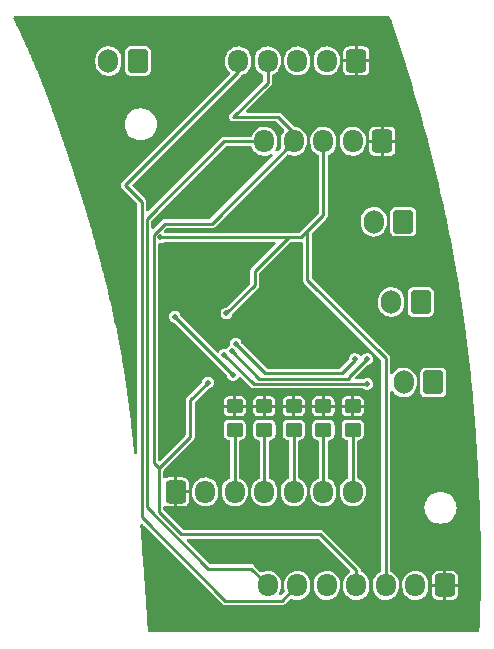
<source format=gbl>
%TF.GenerationSoftware,KiCad,Pcbnew,7.0.9*%
%TF.CreationDate,2023-12-16T21:23:10+01:00*%
%TF.ProjectId,LH_GripLogicBoard_FreeJoy,4c485f47-7269-4704-9c6f-676963426f61,rev?*%
%TF.SameCoordinates,Original*%
%TF.FileFunction,Copper,L2,Bot*%
%TF.FilePolarity,Positive*%
%FSLAX46Y46*%
G04 Gerber Fmt 4.6, Leading zero omitted, Abs format (unit mm)*
G04 Created by KiCad (PCBNEW 7.0.9) date 2023-12-16 21:23:10*
%MOMM*%
%LPD*%
G01*
G04 APERTURE LIST*
G04 Aperture macros list*
%AMRoundRect*
0 Rectangle with rounded corners*
0 $1 Rounding radius*
0 $2 $3 $4 $5 $6 $7 $8 $9 X,Y pos of 4 corners*
0 Add a 4 corners polygon primitive as box body*
4,1,4,$2,$3,$4,$5,$6,$7,$8,$9,$2,$3,0*
0 Add four circle primitives for the rounded corners*
1,1,$1+$1,$2,$3*
1,1,$1+$1,$4,$5*
1,1,$1+$1,$6,$7*
1,1,$1+$1,$8,$9*
0 Add four rect primitives between the rounded corners*
20,1,$1+$1,$2,$3,$4,$5,0*
20,1,$1+$1,$4,$5,$6,$7,0*
20,1,$1+$1,$6,$7,$8,$9,0*
20,1,$1+$1,$8,$9,$2,$3,0*%
G04 Aperture macros list end*
%TA.AperFunction,ComponentPad*%
%ADD10RoundRect,0.250000X0.600000X0.725000X-0.600000X0.725000X-0.600000X-0.725000X0.600000X-0.725000X0*%
%TD*%
%TA.AperFunction,ComponentPad*%
%ADD11O,1.700000X1.950000*%
%TD*%
%TA.AperFunction,SMDPad,CuDef*%
%ADD12RoundRect,0.250000X0.450000X-0.350000X0.450000X0.350000X-0.450000X0.350000X-0.450000X-0.350000X0*%
%TD*%
%TA.AperFunction,ComponentPad*%
%ADD13RoundRect,0.250000X0.600000X0.750000X-0.600000X0.750000X-0.600000X-0.750000X0.600000X-0.750000X0*%
%TD*%
%TA.AperFunction,ComponentPad*%
%ADD14O,1.700000X2.000000*%
%TD*%
%TA.AperFunction,ComponentPad*%
%ADD15RoundRect,0.250000X-0.600000X-0.725000X0.600000X-0.725000X0.600000X0.725000X-0.600000X0.725000X0*%
%TD*%
%TA.AperFunction,ViaPad*%
%ADD16C,0.800000*%
%TD*%
%TA.AperFunction,ViaPad*%
%ADD17C,0.500000*%
%TD*%
%TA.AperFunction,Conductor*%
%ADD18C,0.250000*%
%TD*%
G04 APERTURE END LIST*
D10*
X56680000Y-63428000D03*
D11*
X54180000Y-63428000D03*
X51680000Y-63428000D03*
X49180000Y-63428000D03*
X46680000Y-63428000D03*
X44180000Y-63428000D03*
X41680000Y-63428000D03*
D12*
X43889999Y-50260000D03*
X43889999Y-48260000D03*
D13*
X55700000Y-46250000D03*
D14*
X53200000Y-46250000D03*
D13*
X30700000Y-19035000D03*
D14*
X28200000Y-19035000D03*
D13*
X53160000Y-32640000D03*
D14*
X50660000Y-32640000D03*
D12*
X46390000Y-50260000D03*
X46390000Y-48260000D03*
D13*
X54630000Y-39440000D03*
D14*
X52130000Y-39440000D03*
D10*
X49180000Y-19030000D03*
D11*
X46680000Y-19030000D03*
X44180000Y-19030000D03*
X41680000Y-19030000D03*
X39180000Y-19030000D03*
D12*
X41389999Y-50260000D03*
X41389999Y-48260000D03*
X38889999Y-50260000D03*
X38889999Y-48260000D03*
D10*
X51390000Y-25830000D03*
D11*
X48890000Y-25830000D03*
X46390000Y-25830000D03*
X43890000Y-25830000D03*
X41390000Y-25830000D03*
D12*
X48890000Y-50260000D03*
X48890000Y-48260000D03*
D15*
X33890000Y-55520000D03*
D11*
X36390000Y-55520000D03*
X38890000Y-55520000D03*
X41390000Y-55520000D03*
X43890000Y-55520000D03*
X46390000Y-55520000D03*
X48890000Y-55520000D03*
D16*
X37770000Y-29620000D03*
D17*
X27930000Y-22810000D03*
X32595500Y-33970000D03*
X38190000Y-40410000D03*
X36610000Y-46260000D03*
X49042639Y-44260000D03*
X38958645Y-42970344D03*
X50110000Y-44260000D03*
X38651288Y-43598703D03*
X50110000Y-46370000D03*
X38020000Y-43900000D03*
X38750000Y-45620000D03*
X33810000Y-40680000D03*
D18*
X38190000Y-40410000D02*
X40590000Y-38010000D01*
X45030000Y-33440000D02*
X46390000Y-32080000D01*
X44500000Y-33970000D02*
X45030000Y-33440000D01*
X46390000Y-32080000D02*
X46390000Y-25830000D01*
X32595500Y-33970000D02*
X44500000Y-33970000D01*
X45030000Y-37560000D02*
X51680000Y-44210000D01*
X45030000Y-33440000D02*
X45030000Y-37560000D01*
X40590000Y-38010000D02*
X40590000Y-36830000D01*
X51680000Y-44210000D02*
X51680000Y-63428000D01*
X40590000Y-36830000D02*
X43450000Y-33970000D01*
X32470000Y-57200812D02*
X34359188Y-59090000D01*
X41680000Y-19030000D02*
X41680000Y-20860000D01*
X49180000Y-62170000D02*
X49180000Y-63428000D01*
X34359188Y-59090000D02*
X46100000Y-59090000D01*
X46100000Y-59090000D02*
X49180000Y-62170000D01*
X36928630Y-32791370D02*
X32960957Y-32791370D01*
X43890000Y-25090000D02*
X43890000Y-25830000D01*
X32020500Y-33731827D02*
X32020500Y-53070500D01*
X38770000Y-23770000D02*
X42570000Y-23770000D01*
X42570000Y-23770000D02*
X43890000Y-25090000D01*
X32470000Y-53520000D02*
X32470000Y-57200812D01*
X35110000Y-50880000D02*
X32470000Y-53520000D01*
X35110000Y-47760000D02*
X35110000Y-50880000D01*
X36610000Y-46260000D02*
X35110000Y-47760000D01*
X32960957Y-32791370D02*
X32020500Y-33731827D01*
X43890000Y-25830000D02*
X36928630Y-32791370D01*
X32020500Y-53070500D02*
X32470000Y-53520000D01*
X41680000Y-20860000D02*
X38770000Y-23770000D01*
X39180000Y-20005000D02*
X39180000Y-19030000D01*
X42878000Y-64730000D02*
X44180000Y-63428000D01*
X29620000Y-29565000D02*
X39180000Y-20005000D01*
X38090000Y-64730000D02*
X42878000Y-64730000D01*
X30998630Y-30943630D02*
X30998630Y-57638630D01*
X30998630Y-57638630D02*
X38090000Y-64730000D01*
X29620000Y-29565000D02*
X30998630Y-30943630D01*
X41389999Y-50260000D02*
X41390000Y-55520000D01*
X43889999Y-50260000D02*
X43890000Y-55520000D01*
X38889999Y-50260000D02*
X38890000Y-55520000D01*
X49042639Y-44382615D02*
X47955254Y-45470000D01*
X41460000Y-45470000D02*
X38960344Y-42970344D01*
X47955254Y-45470000D02*
X41460000Y-45470000D01*
X38960344Y-42970344D02*
X38958645Y-42970344D01*
X49042639Y-44260000D02*
X49042639Y-44382615D01*
X48450000Y-45920000D02*
X40972585Y-45920000D01*
X50110000Y-44260000D02*
X48570500Y-45799500D01*
X40972585Y-45920000D02*
X38651288Y-43598703D01*
X48610000Y-45760000D02*
X48450000Y-45920000D01*
X50110000Y-46370000D02*
X40490000Y-46370000D01*
X40490000Y-46370000D02*
X38020000Y-43900000D01*
X33810000Y-40680000D02*
X38750000Y-45620000D01*
X41680000Y-63428000D02*
X40253802Y-62001802D01*
X31448630Y-56815838D02*
X31448630Y-32391370D01*
X38010000Y-25830000D02*
X41390000Y-25830000D01*
X36634594Y-62001802D02*
X31448630Y-56815838D01*
X40253802Y-62001802D02*
X36634594Y-62001802D01*
X31448630Y-32391370D02*
X38010000Y-25830000D01*
X46390000Y-50260000D02*
X46390000Y-55520000D01*
X48890000Y-50260000D02*
X48890000Y-55520000D01*
%TA.AperFunction,Conductor*%
G36*
X52014448Y-15270185D02*
G01*
X52060203Y-15322989D01*
X52064574Y-15333901D01*
X52073946Y-15360948D01*
X52122223Y-15500741D01*
X52170335Y-15640533D01*
X52218120Y-15779850D01*
X52265834Y-15919433D01*
X52313285Y-16058720D01*
X52360963Y-16199152D01*
X52408214Y-16338806D01*
X52455643Y-16479472D01*
X52482910Y-16560569D01*
X52486839Y-16572254D01*
X52528326Y-16695982D01*
X52570012Y-16820684D01*
X52611484Y-16945133D01*
X52652630Y-17068982D01*
X52693889Y-17193555D01*
X52735225Y-17318757D01*
X52776224Y-17443327D01*
X52816805Y-17567007D01*
X52857533Y-17691531D01*
X52898456Y-17817044D01*
X52939044Y-17941928D01*
X52979429Y-18066581D01*
X53019842Y-18191719D01*
X53060054Y-18316632D01*
X53100113Y-18441470D01*
X53140001Y-18566177D01*
X53393878Y-19369338D01*
X53639437Y-20162297D01*
X53877055Y-20945592D01*
X54106789Y-21718728D01*
X54328763Y-22481420D01*
X54543147Y-23233549D01*
X54750077Y-23974872D01*
X54949694Y-24705169D01*
X55142124Y-25424166D01*
X55327531Y-26131736D01*
X55505950Y-26827241D01*
X55677659Y-27510992D01*
X55842756Y-28182611D01*
X56001293Y-28841517D01*
X56153513Y-29487904D01*
X56299496Y-30121312D01*
X56439418Y-30741653D01*
X56573400Y-31348651D01*
X56701515Y-31941752D01*
X56823940Y-32520907D01*
X56940913Y-33086362D01*
X57052450Y-33637308D01*
X57158729Y-34173706D01*
X57259912Y-34695446D01*
X57356015Y-35201661D01*
X57447369Y-35693143D01*
X57533960Y-36168848D01*
X57616013Y-36629016D01*
X57693547Y-37072749D01*
X57766872Y-37500802D01*
X57836014Y-37912293D01*
X57901131Y-38307121D01*
X57925286Y-38455551D01*
X57949365Y-38604767D01*
X57973206Y-38753764D01*
X57988284Y-38848812D01*
X57996869Y-38902924D01*
X58020301Y-39051891D01*
X58043496Y-39200620D01*
X58066655Y-39350396D01*
X58089419Y-39498898D01*
X58112073Y-39647962D01*
X58134587Y-39797404D01*
X58156942Y-39947083D01*
X58178990Y-40096004D01*
X58200980Y-40245846D01*
X58216552Y-40352886D01*
X58222717Y-40395268D01*
X58244197Y-40544239D01*
X58265603Y-40694023D01*
X58286746Y-40843290D01*
X58307808Y-40993311D01*
X58328592Y-41142699D01*
X58349205Y-41292195D01*
X58369673Y-41441984D01*
X58389820Y-41590758D01*
X58409881Y-41740264D01*
X58429904Y-41890853D01*
X58449583Y-42040226D01*
X58469122Y-42189909D01*
X58488419Y-42339106D01*
X58507713Y-42489678D01*
X58526634Y-42638731D01*
X58545442Y-42788276D01*
X58564131Y-42938293D01*
X58582659Y-43088424D01*
X58623893Y-43427792D01*
X58664327Y-43767913D01*
X58703843Y-44107718D01*
X58742604Y-44448553D01*
X58780468Y-44789085D01*
X58817481Y-45129625D01*
X58853717Y-45470805D01*
X58889120Y-45812010D01*
X58923740Y-46153666D01*
X58957541Y-46495315D01*
X58990562Y-46837277D01*
X59022754Y-47178945D01*
X59054217Y-47521308D01*
X59084831Y-47862964D01*
X59114720Y-48205200D01*
X59143858Y-48547621D01*
X59172236Y-48890072D01*
X59199847Y-49232327D01*
X59226742Y-49574936D01*
X59252882Y-49917308D01*
X59278255Y-50259156D01*
X59302946Y-50601508D01*
X59326929Y-50943921D01*
X59342504Y-51173054D01*
X59350193Y-51286160D01*
X59372767Y-51628482D01*
X59394641Y-51970664D01*
X59415798Y-52312303D01*
X59436303Y-52654301D01*
X59456133Y-52996165D01*
X59475264Y-53337354D01*
X59493761Y-53678901D01*
X59511592Y-54020036D01*
X59517606Y-54137945D01*
X59523535Y-54255665D01*
X59529446Y-54374564D01*
X59535274Y-54493341D01*
X59540981Y-54611173D01*
X59546584Y-54728432D01*
X59552198Y-54847459D01*
X59557655Y-54964754D01*
X59563162Y-55084780D01*
X59568428Y-55201123D01*
X59573801Y-55321506D01*
X59578931Y-55438119D01*
X59584087Y-55556943D01*
X59589088Y-55673934D01*
X59594092Y-55792691D01*
X59599027Y-55911570D01*
X59603902Y-56030780D01*
X59608643Y-56148501D01*
X59613307Y-56266097D01*
X59617977Y-56385690D01*
X59622468Y-56502507D01*
X59626987Y-56621956D01*
X59631353Y-56739254D01*
X59635706Y-56858169D01*
X59639982Y-56976941D01*
X59644135Y-57094228D01*
X59648217Y-57211491D01*
X59652318Y-57331394D01*
X59656252Y-57448504D01*
X59660191Y-57567860D01*
X59663998Y-57685309D01*
X59667804Y-57804929D01*
X59672698Y-57962197D01*
X59678057Y-58138828D01*
X59683732Y-58331124D01*
X59686660Y-58432594D01*
X59689629Y-58537172D01*
X59692610Y-58643960D01*
X59695659Y-58755191D01*
X59698704Y-58868460D01*
X59701773Y-58984930D01*
X59704762Y-59100949D01*
X59707827Y-59222681D01*
X59710780Y-59343032D01*
X59713737Y-59466863D01*
X59716616Y-59590991D01*
X59719426Y-59716126D01*
X59722156Y-59841993D01*
X59724782Y-59967817D01*
X59727316Y-60094466D01*
X59729723Y-60220543D01*
X59732022Y-60347417D01*
X59734177Y-60473490D01*
X59736171Y-60598252D01*
X59738011Y-60722533D01*
X59739676Y-60845570D01*
X59741159Y-60967420D01*
X59742449Y-61087881D01*
X59743526Y-61206066D01*
X59744387Y-61322382D01*
X59745017Y-61436393D01*
X59745626Y-61621165D01*
X59745787Y-61805906D01*
X59745507Y-61990786D01*
X59744798Y-62175506D01*
X59743671Y-62359696D01*
X59742131Y-62544616D01*
X59740197Y-62728903D01*
X59737867Y-62913770D01*
X59735159Y-63098477D01*
X59732089Y-63282840D01*
X59728661Y-63467267D01*
X59724880Y-63652073D01*
X59720746Y-63837510D01*
X59716307Y-64022074D01*
X59711534Y-64207393D01*
X59706453Y-64392856D01*
X59702175Y-64541113D01*
X59697687Y-64690175D01*
X59693031Y-64838982D01*
X59688262Y-64986266D01*
X59683312Y-65134345D01*
X59678317Y-65279454D01*
X59673229Y-65423401D01*
X59668035Y-65566802D01*
X59662866Y-65706260D01*
X59657642Y-65844289D01*
X59652430Y-65979301D01*
X59647284Y-66110198D01*
X59642103Y-66239726D01*
X59636991Y-66365455D01*
X59631992Y-66486543D01*
X59627147Y-66602250D01*
X59622427Y-66713456D01*
X59621339Y-66738753D01*
X59617837Y-66820205D01*
X59613383Y-66922567D01*
X59605201Y-67107465D01*
X59598158Y-67263404D01*
X59575470Y-67329485D01*
X59520655Y-67372811D01*
X59474285Y-67381807D01*
X31651374Y-67381807D01*
X31584335Y-67362122D01*
X31538580Y-67309318D01*
X31527592Y-67265149D01*
X31526923Y-67253875D01*
X31525209Y-67224765D01*
X31525182Y-67224530D01*
X31521250Y-67158207D01*
X31521248Y-67157964D01*
X31519573Y-67129928D01*
X31517963Y-67102763D01*
X31517937Y-67102532D01*
X31513947Y-67035698D01*
X31513945Y-67035477D01*
X31512302Y-67008152D01*
X31510833Y-66983544D01*
X31510832Y-66983541D01*
X31510648Y-66980456D01*
X31510621Y-66980216D01*
X31506615Y-66913602D01*
X31506614Y-66913379D01*
X31506433Y-66910397D01*
X31506434Y-66910394D01*
X31504917Y-66885349D01*
X31503468Y-66861238D01*
X31503466Y-66861233D01*
X31503305Y-66858544D01*
X31503282Y-66858334D01*
X31499224Y-66791327D01*
X31499223Y-66791095D01*
X31497511Y-66763004D01*
X31495869Y-66735888D01*
X31495844Y-66735670D01*
X31491756Y-66668608D01*
X31491754Y-66668387D01*
X31490027Y-66640226D01*
X31488399Y-66613513D01*
X31488372Y-66613277D01*
X31484230Y-66545792D01*
X31484229Y-66545562D01*
X31482453Y-66516824D01*
X31482453Y-66516823D01*
X31481025Y-66493544D01*
X31481024Y-66493541D01*
X31480854Y-66490767D01*
X31480829Y-66490541D01*
X31480280Y-66481658D01*
X31476660Y-66423081D01*
X31476659Y-66422849D01*
X31474946Y-66395328D01*
X31473241Y-66367720D01*
X31473214Y-66367477D01*
X31472783Y-66360546D01*
X31469011Y-66299924D01*
X31469010Y-66299728D01*
X31468832Y-66296892D01*
X31468833Y-66296889D01*
X31467354Y-66273268D01*
X31465766Y-66247738D01*
X31465765Y-66247735D01*
X31465586Y-66244854D01*
X31465561Y-66244645D01*
X31461324Y-66176952D01*
X31461321Y-66176725D01*
X31459640Y-66150063D01*
X31459640Y-66150062D01*
X31458048Y-66124628D01*
X31458046Y-66124621D01*
X31457868Y-66121777D01*
X31457843Y-66121552D01*
X31453569Y-66053757D01*
X31453568Y-66053534D01*
X31451788Y-66025490D01*
X31451676Y-66023713D01*
X31450269Y-66001373D01*
X31450268Y-66001369D01*
X31450079Y-65998370D01*
X31450053Y-65998151D01*
X31445748Y-65930272D01*
X31445744Y-65930039D01*
X31445557Y-65927118D01*
X31445558Y-65927116D01*
X31443885Y-65900911D01*
X31443885Y-65900910D01*
X31442245Y-65875043D01*
X31442217Y-65874804D01*
X31437874Y-65806799D01*
X31437871Y-65806575D01*
X31437678Y-65803571D01*
X31437679Y-65803566D01*
X31435957Y-65776773D01*
X31434530Y-65754421D01*
X31434340Y-65751438D01*
X31434314Y-65751215D01*
X31429936Y-65683083D01*
X31429933Y-65682864D01*
X31428196Y-65656016D01*
X31428196Y-65656015D01*
X31426571Y-65630720D01*
X31426570Y-65630717D01*
X31426383Y-65627803D01*
X31426357Y-65627576D01*
X31421943Y-65559350D01*
X31421941Y-65559105D01*
X31420069Y-65530363D01*
X31418550Y-65506864D01*
X31418548Y-65506860D01*
X31418374Y-65504155D01*
X31418350Y-65503946D01*
X31413866Y-65435068D01*
X31413863Y-65434841D01*
X31413676Y-65431994D01*
X31413677Y-65431992D01*
X31412718Y-65417350D01*
X31412011Y-65406550D01*
X31410279Y-65379954D01*
X31410254Y-65379737D01*
X31405767Y-65311230D01*
X31405764Y-65311026D01*
X31404057Y-65285123D01*
X31403686Y-65279454D01*
X31402325Y-65258678D01*
X31402324Y-65258675D01*
X31402136Y-65255802D01*
X31402109Y-65255574D01*
X31397556Y-65186479D01*
X31397552Y-65186249D01*
X31395693Y-65158219D01*
X31393927Y-65131420D01*
X31393901Y-65131206D01*
X31389315Y-65062064D01*
X31389313Y-65061849D01*
X31387394Y-65033082D01*
X31385661Y-65006958D01*
X31385634Y-65006734D01*
X31381005Y-64937359D01*
X31381002Y-64937131D01*
X31379141Y-64909421D01*
X31377333Y-64882317D01*
X31377306Y-64882095D01*
X31372651Y-64812772D01*
X31372648Y-64812551D01*
X31372440Y-64809481D01*
X31372441Y-64809479D01*
X31370778Y-64784871D01*
X31369132Y-64760342D01*
X31369131Y-64760339D01*
X31368926Y-64757281D01*
X31368899Y-64757055D01*
X31364219Y-64687769D01*
X31364216Y-64687550D01*
X31364006Y-64684468D01*
X31364007Y-64684466D01*
X31362429Y-64661250D01*
X31360679Y-64635333D01*
X31360678Y-64635332D01*
X31360481Y-64632402D01*
X31360452Y-64632159D01*
X31355704Y-64562289D01*
X31355701Y-64562056D01*
X31353778Y-64533934D01*
X31353618Y-64531578D01*
X31352162Y-64510148D01*
X31352160Y-64510143D01*
X31351959Y-64507176D01*
X31351934Y-64506969D01*
X31347152Y-64437020D01*
X31347149Y-64436811D01*
X31346950Y-64433921D01*
X31346951Y-64433917D01*
X31345217Y-64408715D01*
X31343582Y-64384785D01*
X31343581Y-64384783D01*
X31343389Y-64381967D01*
X31343363Y-64381748D01*
X31338535Y-64311534D01*
X31338530Y-64311301D01*
X31338327Y-64308374D01*
X31338328Y-64308371D01*
X31336556Y-64282755D01*
X31334939Y-64259241D01*
X31334937Y-64259236D01*
X31334752Y-64256535D01*
X31334728Y-64256333D01*
X31329855Y-64185910D01*
X31329853Y-64185708D01*
X31327999Y-64159062D01*
X31326040Y-64130742D01*
X31326012Y-64130505D01*
X31321101Y-64059925D01*
X31321097Y-64059708D01*
X31320888Y-64056729D01*
X31320889Y-64056726D01*
X31319192Y-64032482D01*
X31317461Y-64007598D01*
X31317460Y-64007596D01*
X31317262Y-64004743D01*
X31317235Y-64004519D01*
X31312286Y-63933810D01*
X31312283Y-63933599D01*
X31312073Y-63930624D01*
X31312074Y-63930622D01*
X31310329Y-63905839D01*
X31308626Y-63881495D01*
X31308624Y-63881490D01*
X31308412Y-63878450D01*
X31308386Y-63878240D01*
X31303400Y-63807404D01*
X31303397Y-63807187D01*
X31301370Y-63778553D01*
X31300221Y-63762218D01*
X31299727Y-63755202D01*
X31299726Y-63755201D01*
X31299518Y-63752234D01*
X31299492Y-63752024D01*
X31294464Y-63680991D01*
X31294458Y-63680671D01*
X31292516Y-63653457D01*
X31291462Y-63638566D01*
X31290765Y-63628715D01*
X31290763Y-63628711D01*
X31290565Y-63625901D01*
X31290527Y-63625588D01*
X31276750Y-63432540D01*
X31276743Y-63432175D01*
X31274794Y-63405127D01*
X31274794Y-63405126D01*
X31273025Y-63380328D01*
X31273023Y-63380323D01*
X31272812Y-63377358D01*
X31272766Y-63376989D01*
X31258034Y-63172506D01*
X31258027Y-63172174D01*
X31257817Y-63169287D01*
X31257818Y-63169283D01*
X31256046Y-63144904D01*
X31254268Y-63120218D01*
X31254266Y-63120212D01*
X31254069Y-63117473D01*
X31254029Y-63117147D01*
X31241507Y-62944816D01*
X31238356Y-62901445D01*
X31238349Y-62901148D01*
X31238138Y-62898271D01*
X31238139Y-62898267D01*
X31236333Y-62873607D01*
X31234559Y-62849190D01*
X31234558Y-62849187D01*
X31234362Y-62846486D01*
X31234324Y-62846176D01*
X31227955Y-62759200D01*
X31217768Y-62620087D01*
X31217763Y-62619822D01*
X31215774Y-62592851D01*
X31215554Y-62589851D01*
X31213955Y-62568007D01*
X31213954Y-62568004D01*
X31213750Y-62565215D01*
X31213716Y-62564947D01*
X31196376Y-62329830D01*
X31196371Y-62329575D01*
X31196144Y-62326523D01*
X31196145Y-62326520D01*
X31194379Y-62302731D01*
X31192513Y-62277426D01*
X31192512Y-62277425D01*
X31192306Y-62274619D01*
X31192272Y-62274347D01*
X31174179Y-62030611D01*
X31174174Y-62030375D01*
X31173945Y-62027314D01*
X31173946Y-62027311D01*
X31172070Y-62002195D01*
X31170290Y-61978212D01*
X31170289Y-61978209D01*
X31170076Y-61975337D01*
X31170047Y-61975099D01*
X31151264Y-61723601D01*
X31151259Y-61723398D01*
X31151021Y-61720232D01*
X31151022Y-61720228D01*
X31149307Y-61697401D01*
X31147345Y-61671125D01*
X31147343Y-61671119D01*
X31147122Y-61668156D01*
X31147093Y-61667920D01*
X31127669Y-61409330D01*
X31127663Y-61409091D01*
X31125538Y-61380972D01*
X31123519Y-61354083D01*
X31123490Y-61353851D01*
X31122732Y-61343817D01*
X31103476Y-61088877D01*
X31103472Y-61088651D01*
X31101274Y-61059700D01*
X31101163Y-61058228D01*
X31099513Y-61036383D01*
X31099511Y-61036379D01*
X31099275Y-61033245D01*
X31099249Y-61033044D01*
X31095726Y-60986645D01*
X31078696Y-60762331D01*
X31078692Y-60762132D01*
X31076602Y-60734746D01*
X31075133Y-60715394D01*
X31074743Y-60710254D01*
X31074742Y-60710250D01*
X31074530Y-60707458D01*
X31074505Y-60707258D01*
X31066187Y-60598251D01*
X31053465Y-60431533D01*
X31053462Y-60431352D01*
X31051465Y-60405314D01*
X31049254Y-60376330D01*
X31049225Y-60376100D01*
X31044458Y-60313935D01*
X31028765Y-60109268D01*
X31027793Y-60096589D01*
X31027788Y-60096399D01*
X31027557Y-60093405D01*
X31027558Y-60093401D01*
X31025617Y-60068209D01*
X31023783Y-60044291D01*
X31023782Y-60044288D01*
X31023545Y-60041195D01*
X31023519Y-60040991D01*
X31001743Y-59758357D01*
X31001737Y-59758145D01*
X30999509Y-59729357D01*
X30997708Y-59705981D01*
X30997707Y-59705979D01*
X30997479Y-59703013D01*
X30997452Y-59702802D01*
X30975364Y-59417495D01*
X30975360Y-59417307D01*
X30975122Y-59414252D01*
X30975123Y-59414249D01*
X30973193Y-59389439D01*
X30971312Y-59365139D01*
X30971310Y-59365135D01*
X30971075Y-59362089D01*
X30971050Y-59361893D01*
X30948725Y-59074864D01*
X30948719Y-59074655D01*
X30946484Y-59046064D01*
X30946484Y-59046063D01*
X30944654Y-59022525D01*
X30944653Y-59022522D01*
X30944434Y-59019703D01*
X30944409Y-59019512D01*
X30921876Y-58731175D01*
X30921870Y-58730956D01*
X30919608Y-58702146D01*
X30917574Y-58676118D01*
X30917549Y-58675920D01*
X30894885Y-58387291D01*
X30894880Y-58387100D01*
X30894647Y-58384146D01*
X30894648Y-58384139D01*
X30893814Y-58373581D01*
X30908163Y-58305205D01*
X30957203Y-58255437D01*
X31025365Y-58240083D01*
X31091007Y-58264017D01*
X31105111Y-58276148D01*
X37787849Y-64958886D01*
X37803977Y-64978745D01*
X37809916Y-64987836D01*
X37834178Y-65006720D01*
X37837929Y-65009639D01*
X37843691Y-65014728D01*
X37846483Y-65017520D01*
X37865486Y-65031088D01*
X37908811Y-65064809D01*
X37908813Y-65064809D01*
X37915735Y-65068555D01*
X37922798Y-65072008D01*
X37922801Y-65072010D01*
X37975412Y-65087673D01*
X38001376Y-65096586D01*
X38027339Y-65105500D01*
X38035101Y-65106795D01*
X38042911Y-65107768D01*
X38042912Y-65107769D01*
X38042912Y-65107768D01*
X38042913Y-65107769D01*
X38070340Y-65106634D01*
X38097769Y-65105500D01*
X42826196Y-65105500D01*
X42851641Y-65108139D01*
X42855440Y-65108935D01*
X42862268Y-65110367D01*
X42883225Y-65107754D01*
X42897492Y-65105977D01*
X42905168Y-65105500D01*
X42909112Y-65105500D01*
X42909114Y-65105500D01*
X42909116Y-65105499D01*
X42909122Y-65105499D01*
X42924487Y-65102934D01*
X42932140Y-65101657D01*
X42986626Y-65094866D01*
X42986627Y-65094865D01*
X42986629Y-65094865D01*
X42994141Y-65092628D01*
X43001606Y-65090066D01*
X43001606Y-65090065D01*
X43001610Y-65090065D01*
X43049877Y-65063944D01*
X43099211Y-65039826D01*
X43099214Y-65039823D01*
X43105594Y-65035268D01*
X43111819Y-65030422D01*
X43111826Y-65030419D01*
X43149008Y-64990028D01*
X43564515Y-64574520D01*
X43625836Y-64541037D01*
X43695527Y-64546021D01*
X43714192Y-64554815D01*
X43720751Y-64558602D01*
X43720754Y-64558603D01*
X43720756Y-64558604D01*
X43919367Y-64627344D01*
X44127398Y-64657254D01*
X44337330Y-64647254D01*
X44541576Y-64597704D01*
X44625596Y-64559333D01*
X44732743Y-64510401D01*
X44732746Y-64510399D01*
X44732753Y-64510396D01*
X44903952Y-64388486D01*
X44910093Y-64382046D01*
X45048985Y-64236379D01*
X45060338Y-64218714D01*
X45162613Y-64059572D01*
X45240725Y-63864457D01*
X45280500Y-63658085D01*
X45280500Y-63605425D01*
X45579500Y-63605425D01*
X45594472Y-63762218D01*
X45653684Y-63963875D01*
X45739587Y-64130505D01*
X45749991Y-64150686D01*
X45879905Y-64315883D01*
X45879909Y-64315887D01*
X46038746Y-64453521D01*
X46220750Y-64558601D01*
X46220752Y-64558601D01*
X46220756Y-64558604D01*
X46419367Y-64627344D01*
X46627398Y-64657254D01*
X46837330Y-64647254D01*
X47041576Y-64597704D01*
X47125596Y-64559333D01*
X47232743Y-64510401D01*
X47232746Y-64510399D01*
X47232753Y-64510396D01*
X47403952Y-64388486D01*
X47410093Y-64382046D01*
X47548985Y-64236379D01*
X47560338Y-64218714D01*
X47662613Y-64059572D01*
X47740725Y-63864457D01*
X47780500Y-63658085D01*
X47780500Y-63250575D01*
X47765528Y-63093782D01*
X47706316Y-62892125D01*
X47610011Y-62705318D01*
X47610009Y-62705316D01*
X47610008Y-62705313D01*
X47480094Y-62540116D01*
X47480090Y-62540112D01*
X47321253Y-62402478D01*
X47139249Y-62297398D01*
X47139245Y-62297396D01*
X47139244Y-62297396D01*
X46940633Y-62228656D01*
X46732602Y-62198746D01*
X46732598Y-62198746D01*
X46522672Y-62208745D01*
X46318421Y-62258296D01*
X46318417Y-62258298D01*
X46127256Y-62345598D01*
X46127251Y-62345601D01*
X45956046Y-62467515D01*
X45956040Y-62467520D01*
X45811014Y-62619620D01*
X45697388Y-62796425D01*
X45619274Y-62991544D01*
X45584461Y-63172174D01*
X45579500Y-63197915D01*
X45579500Y-63605425D01*
X45280500Y-63605425D01*
X45280500Y-63250575D01*
X45265528Y-63093782D01*
X45206316Y-62892125D01*
X45110011Y-62705318D01*
X45110009Y-62705316D01*
X45110008Y-62705313D01*
X44980094Y-62540116D01*
X44980090Y-62540112D01*
X44821253Y-62402478D01*
X44639249Y-62297398D01*
X44639245Y-62297396D01*
X44639244Y-62297396D01*
X44440633Y-62228656D01*
X44232602Y-62198746D01*
X44232598Y-62198746D01*
X44022672Y-62208745D01*
X43818421Y-62258296D01*
X43818417Y-62258298D01*
X43627256Y-62345598D01*
X43627251Y-62345601D01*
X43456046Y-62467515D01*
X43456040Y-62467520D01*
X43311014Y-62619620D01*
X43197388Y-62796425D01*
X43119274Y-62991544D01*
X43084461Y-63172174D01*
X43079500Y-63197915D01*
X43079500Y-63605425D01*
X43086716Y-63680991D01*
X43094472Y-63762217D01*
X43094473Y-63762224D01*
X43123741Y-63861901D01*
X43123741Y-63931770D01*
X43092445Y-63984516D01*
X42840113Y-64236848D01*
X42778790Y-64270333D01*
X42709098Y-64265349D01*
X42653165Y-64223477D01*
X42628748Y-64158013D01*
X42643600Y-64089740D01*
X42648118Y-64082126D01*
X42662611Y-64059575D01*
X42662610Y-64059575D01*
X42662613Y-64059572D01*
X42740725Y-63864457D01*
X42780500Y-63658085D01*
X42780500Y-63250575D01*
X42765528Y-63093782D01*
X42706316Y-62892125D01*
X42610011Y-62705318D01*
X42610009Y-62705316D01*
X42610008Y-62705313D01*
X42480094Y-62540116D01*
X42480090Y-62540112D01*
X42321253Y-62402478D01*
X42139249Y-62297398D01*
X42139245Y-62297396D01*
X42139244Y-62297396D01*
X41940633Y-62228656D01*
X41732602Y-62198746D01*
X41732598Y-62198746D01*
X41522672Y-62208745D01*
X41318427Y-62258295D01*
X41318425Y-62258295D01*
X41283277Y-62274347D01*
X41206516Y-62309402D01*
X41137360Y-62319345D01*
X41073804Y-62290320D01*
X41067326Y-62284288D01*
X40555951Y-61772913D01*
X40539824Y-61753054D01*
X40533888Y-61743969D01*
X40533885Y-61743965D01*
X40505876Y-61722165D01*
X40500112Y-61717074D01*
X40497317Y-61714279D01*
X40478307Y-61700708D01*
X40474058Y-61697401D01*
X40470447Y-61694590D01*
X40434991Y-61666992D01*
X40428076Y-61663250D01*
X40421002Y-61659792D01*
X40368398Y-61644131D01*
X40316460Y-61626301D01*
X40308725Y-61625010D01*
X40300887Y-61624033D01*
X40246046Y-61626302D01*
X36841493Y-61626302D01*
X36774454Y-61606617D01*
X36753812Y-61589983D01*
X34841010Y-59677181D01*
X34807525Y-59615858D01*
X34812509Y-59546166D01*
X34854381Y-59490233D01*
X34919845Y-59465816D01*
X34928691Y-59465500D01*
X45893101Y-59465500D01*
X45960140Y-59485185D01*
X45980782Y-59501819D01*
X48638839Y-62159877D01*
X48672324Y-62221200D01*
X48667340Y-62290892D01*
X48625468Y-62346825D01*
X48623086Y-62348565D01*
X48456048Y-62467513D01*
X48456040Y-62467520D01*
X48311014Y-62619620D01*
X48197388Y-62796425D01*
X48119274Y-62991544D01*
X48084461Y-63172174D01*
X48079500Y-63197915D01*
X48079500Y-63605425D01*
X48094472Y-63762218D01*
X48153684Y-63963875D01*
X48239587Y-64130505D01*
X48249991Y-64150686D01*
X48379905Y-64315883D01*
X48379909Y-64315887D01*
X48538746Y-64453521D01*
X48720750Y-64558601D01*
X48720752Y-64558601D01*
X48720756Y-64558604D01*
X48919367Y-64627344D01*
X49127398Y-64657254D01*
X49337330Y-64647254D01*
X49541576Y-64597704D01*
X49625596Y-64559333D01*
X49732743Y-64510401D01*
X49732746Y-64510399D01*
X49732753Y-64510396D01*
X49903952Y-64388486D01*
X49910093Y-64382046D01*
X50048985Y-64236379D01*
X50060338Y-64218714D01*
X50162613Y-64059572D01*
X50240725Y-63864457D01*
X50280500Y-63658085D01*
X50280500Y-63250575D01*
X50265528Y-63093782D01*
X50206316Y-62892125D01*
X50110011Y-62705318D01*
X50110009Y-62705316D01*
X50110008Y-62705313D01*
X49980094Y-62540116D01*
X49980090Y-62540112D01*
X49821253Y-62402478D01*
X49639249Y-62297399D01*
X49639247Y-62297398D01*
X49639244Y-62297396D01*
X49639237Y-62297393D01*
X49633867Y-62294941D01*
X49634949Y-62292571D01*
X49587154Y-62258531D01*
X49562076Y-62195873D01*
X49561638Y-62195928D01*
X49561429Y-62194258D01*
X49561192Y-62193664D01*
X49561147Y-62191990D01*
X49555977Y-62150507D01*
X49555500Y-62142831D01*
X49555500Y-62138889D01*
X49555498Y-62138876D01*
X49551657Y-62115859D01*
X49544866Y-62061376D01*
X49544866Y-62061374D01*
X49544864Y-62061370D01*
X49542622Y-62053840D01*
X49540065Y-62046392D01*
X49540065Y-62046390D01*
X49513944Y-61998122D01*
X49489826Y-61948789D01*
X49489824Y-61948787D01*
X49489824Y-61948786D01*
X49485267Y-61942404D01*
X49480415Y-61936169D01*
X49440029Y-61898992D01*
X46402149Y-58861111D01*
X46386022Y-58841252D01*
X46380086Y-58832167D01*
X46380083Y-58832163D01*
X46352074Y-58810363D01*
X46346310Y-58805272D01*
X46343515Y-58802477D01*
X46324505Y-58788906D01*
X46281189Y-58755190D01*
X46274274Y-58751448D01*
X46267200Y-58747990D01*
X46214596Y-58732329D01*
X46162658Y-58714499D01*
X46154923Y-58713208D01*
X46147085Y-58712231D01*
X46092244Y-58714500D01*
X34566087Y-58714500D01*
X34499048Y-58694815D01*
X34478406Y-58678181D01*
X32881819Y-57081593D01*
X32848334Y-57020270D01*
X32845500Y-56993912D01*
X32845500Y-56784550D01*
X32865185Y-56717511D01*
X32917989Y-56671756D01*
X32987147Y-56661812D01*
X33043815Y-56685286D01*
X33047913Y-56688354D01*
X33182620Y-56738596D01*
X33182627Y-56738598D01*
X33242155Y-56744999D01*
X33242172Y-56745000D01*
X33765000Y-56745000D01*
X33765000Y-55981912D01*
X33856025Y-55995000D01*
X33923975Y-55995000D01*
X34015000Y-55981912D01*
X34015000Y-56745000D01*
X34537828Y-56745000D01*
X34537844Y-56744999D01*
X34597372Y-56738598D01*
X34597379Y-56738596D01*
X34732086Y-56688354D01*
X34732093Y-56688350D01*
X34847187Y-56602190D01*
X34847190Y-56602187D01*
X34933350Y-56487093D01*
X34933354Y-56487086D01*
X34983596Y-56352379D01*
X34983598Y-56352372D01*
X34989999Y-56292844D01*
X34990000Y-56292827D01*
X34990000Y-55697425D01*
X35289500Y-55697425D01*
X35304472Y-55854218D01*
X35363684Y-56055875D01*
X35423635Y-56172165D01*
X35459991Y-56242686D01*
X35589905Y-56407883D01*
X35589909Y-56407887D01*
X35748746Y-56545521D01*
X35930750Y-56650601D01*
X35930752Y-56650601D01*
X35930756Y-56650604D01*
X36129367Y-56719344D01*
X36337398Y-56749254D01*
X36547330Y-56739254D01*
X36751576Y-56689704D01*
X36837199Y-56650601D01*
X36942743Y-56602401D01*
X36942746Y-56602399D01*
X36942753Y-56602396D01*
X37113952Y-56480486D01*
X37183179Y-56407883D01*
X37258985Y-56328379D01*
X37295407Y-56271706D01*
X37372613Y-56151572D01*
X37450725Y-55956457D01*
X37490500Y-55750085D01*
X37490500Y-55697425D01*
X37789500Y-55697425D01*
X37804472Y-55854218D01*
X37863684Y-56055875D01*
X37923635Y-56172165D01*
X37959991Y-56242686D01*
X38089905Y-56407883D01*
X38089909Y-56407887D01*
X38248746Y-56545521D01*
X38430750Y-56650601D01*
X38430752Y-56650601D01*
X38430756Y-56650604D01*
X38629367Y-56719344D01*
X38837398Y-56749254D01*
X39047330Y-56739254D01*
X39251576Y-56689704D01*
X39337199Y-56650601D01*
X39442743Y-56602401D01*
X39442746Y-56602399D01*
X39442753Y-56602396D01*
X39613952Y-56480486D01*
X39683179Y-56407883D01*
X39758985Y-56328379D01*
X39795407Y-56271706D01*
X39872613Y-56151572D01*
X39950725Y-55956457D01*
X39990500Y-55750085D01*
X39990500Y-55697425D01*
X40289500Y-55697425D01*
X40304472Y-55854218D01*
X40363684Y-56055875D01*
X40423635Y-56172165D01*
X40459991Y-56242686D01*
X40589905Y-56407883D01*
X40589909Y-56407887D01*
X40748746Y-56545521D01*
X40930750Y-56650601D01*
X40930752Y-56650601D01*
X40930756Y-56650604D01*
X41129367Y-56719344D01*
X41337398Y-56749254D01*
X41547330Y-56739254D01*
X41751576Y-56689704D01*
X41837199Y-56650601D01*
X41942743Y-56602401D01*
X41942746Y-56602399D01*
X41942753Y-56602396D01*
X42113952Y-56480486D01*
X42183179Y-56407883D01*
X42258985Y-56328379D01*
X42295407Y-56271706D01*
X42372613Y-56151572D01*
X42450725Y-55956457D01*
X42490500Y-55750085D01*
X42490500Y-55697425D01*
X42789500Y-55697425D01*
X42804472Y-55854218D01*
X42863684Y-56055875D01*
X42923635Y-56172165D01*
X42959991Y-56242686D01*
X43089905Y-56407883D01*
X43089909Y-56407887D01*
X43248746Y-56545521D01*
X43430750Y-56650601D01*
X43430752Y-56650601D01*
X43430756Y-56650604D01*
X43629367Y-56719344D01*
X43837398Y-56749254D01*
X44047330Y-56739254D01*
X44251576Y-56689704D01*
X44337199Y-56650601D01*
X44442743Y-56602401D01*
X44442746Y-56602399D01*
X44442753Y-56602396D01*
X44613952Y-56480486D01*
X44683179Y-56407883D01*
X44758985Y-56328379D01*
X44795407Y-56271706D01*
X44872613Y-56151572D01*
X44950725Y-55956457D01*
X44990500Y-55750085D01*
X44990500Y-55697425D01*
X45289500Y-55697425D01*
X45304472Y-55854218D01*
X45363684Y-56055875D01*
X45423635Y-56172165D01*
X45459991Y-56242686D01*
X45589905Y-56407883D01*
X45589909Y-56407887D01*
X45748746Y-56545521D01*
X45930750Y-56650601D01*
X45930752Y-56650601D01*
X45930756Y-56650604D01*
X46129367Y-56719344D01*
X46337398Y-56749254D01*
X46547330Y-56739254D01*
X46751576Y-56689704D01*
X46837199Y-56650601D01*
X46942743Y-56602401D01*
X46942746Y-56602399D01*
X46942753Y-56602396D01*
X47113952Y-56480486D01*
X47183179Y-56407883D01*
X47258985Y-56328379D01*
X47295407Y-56271706D01*
X47372613Y-56151572D01*
X47450725Y-55956457D01*
X47490500Y-55750085D01*
X47490500Y-55697425D01*
X47789500Y-55697425D01*
X47804472Y-55854218D01*
X47863684Y-56055875D01*
X47923635Y-56172165D01*
X47959991Y-56242686D01*
X48089905Y-56407883D01*
X48089909Y-56407887D01*
X48248746Y-56545521D01*
X48430750Y-56650601D01*
X48430752Y-56650601D01*
X48430756Y-56650604D01*
X48629367Y-56719344D01*
X48837398Y-56749254D01*
X49047330Y-56739254D01*
X49251576Y-56689704D01*
X49337199Y-56650601D01*
X49442743Y-56602401D01*
X49442746Y-56602399D01*
X49442753Y-56602396D01*
X49613952Y-56480486D01*
X49683179Y-56407883D01*
X49758985Y-56328379D01*
X49795407Y-56271706D01*
X49872613Y-56151572D01*
X49950725Y-55956457D01*
X49990500Y-55750085D01*
X49990500Y-55342575D01*
X49975528Y-55185782D01*
X49916316Y-54984125D01*
X49820011Y-54797318D01*
X49820009Y-54797316D01*
X49820008Y-54797313D01*
X49690094Y-54632116D01*
X49690090Y-54632112D01*
X49531253Y-54494478D01*
X49349249Y-54389399D01*
X49349247Y-54389398D01*
X49349244Y-54389396D01*
X49349240Y-54389394D01*
X49349231Y-54389390D01*
X49348928Y-54389286D01*
X49348796Y-54389192D01*
X49343867Y-54386941D01*
X49344301Y-54385990D01*
X49292019Y-54348750D01*
X49266060Y-54283882D01*
X49265500Y-54272111D01*
X49265500Y-51234499D01*
X49285185Y-51167460D01*
X49337989Y-51121705D01*
X49384611Y-51111562D01*
X49384576Y-51110900D01*
X49384571Y-51110854D01*
X49384573Y-51110853D01*
X49384564Y-51110676D01*
X49387857Y-51110499D01*
X49387872Y-51110499D01*
X49447483Y-51104091D01*
X49582331Y-51053796D01*
X49697546Y-50967546D01*
X49783796Y-50852331D01*
X49834091Y-50717483D01*
X49840500Y-50657873D01*
X49840499Y-49862128D01*
X49834091Y-49802517D01*
X49796657Y-49702152D01*
X49783797Y-49667671D01*
X49783793Y-49667664D01*
X49697547Y-49552455D01*
X49697544Y-49552452D01*
X49582335Y-49466206D01*
X49582328Y-49466202D01*
X49447482Y-49415908D01*
X49447483Y-49415908D01*
X49387883Y-49409501D01*
X49387881Y-49409500D01*
X49387873Y-49409500D01*
X49387864Y-49409500D01*
X48392129Y-49409500D01*
X48392123Y-49409501D01*
X48332516Y-49415908D01*
X48197671Y-49466202D01*
X48197664Y-49466206D01*
X48082455Y-49552452D01*
X48082452Y-49552455D01*
X47996206Y-49667664D01*
X47996202Y-49667671D01*
X47945908Y-49802517D01*
X47940257Y-49855088D01*
X47939501Y-49862123D01*
X47939500Y-49862135D01*
X47939500Y-50657870D01*
X47939501Y-50657876D01*
X47945908Y-50717483D01*
X47996202Y-50852328D01*
X47996206Y-50852335D01*
X48082452Y-50967544D01*
X48082455Y-50967547D01*
X48197664Y-51053793D01*
X48197671Y-51053797D01*
X48332516Y-51104091D01*
X48392113Y-51110499D01*
X48392122Y-51110499D01*
X48392127Y-51110500D01*
X48392131Y-51110499D01*
X48395434Y-51110677D01*
X48395424Y-51110855D01*
X48395431Y-51110856D01*
X48395417Y-51110977D01*
X48395366Y-51111946D01*
X48457478Y-51130144D01*
X48503264Y-51182921D01*
X48514500Y-51234499D01*
X48514500Y-54276964D01*
X48494815Y-54344003D01*
X48442013Y-54389758D01*
X48337240Y-54437607D01*
X48166052Y-54559509D01*
X48166040Y-54559520D01*
X48021014Y-54711620D01*
X47907388Y-54888425D01*
X47829274Y-55083544D01*
X47789500Y-55289914D01*
X47789500Y-55289915D01*
X47789500Y-55697425D01*
X47490500Y-55697425D01*
X47490500Y-55342575D01*
X47475528Y-55185782D01*
X47416316Y-54984125D01*
X47320011Y-54797318D01*
X47320009Y-54797316D01*
X47320008Y-54797313D01*
X47190094Y-54632116D01*
X47190090Y-54632112D01*
X47031253Y-54494478D01*
X46849249Y-54389399D01*
X46849247Y-54389398D01*
X46849244Y-54389396D01*
X46849240Y-54389394D01*
X46849231Y-54389390D01*
X46848928Y-54389286D01*
X46848796Y-54389192D01*
X46843867Y-54386941D01*
X46844301Y-54385990D01*
X46792019Y-54348750D01*
X46766060Y-54283882D01*
X46765500Y-54272111D01*
X46765500Y-51234499D01*
X46785185Y-51167460D01*
X46837989Y-51121705D01*
X46884611Y-51111562D01*
X46884576Y-51110900D01*
X46884571Y-51110854D01*
X46884573Y-51110853D01*
X46884564Y-51110676D01*
X46887857Y-51110499D01*
X46887872Y-51110499D01*
X46947483Y-51104091D01*
X47082331Y-51053796D01*
X47197546Y-50967546D01*
X47283796Y-50852331D01*
X47334091Y-50717483D01*
X47340500Y-50657873D01*
X47340499Y-49862128D01*
X47334091Y-49802517D01*
X47296657Y-49702152D01*
X47283797Y-49667671D01*
X47283793Y-49667664D01*
X47197547Y-49552455D01*
X47197544Y-49552452D01*
X47082335Y-49466206D01*
X47082328Y-49466202D01*
X46947482Y-49415908D01*
X46947483Y-49415908D01*
X46887883Y-49409501D01*
X46887881Y-49409500D01*
X46887873Y-49409500D01*
X46887864Y-49409500D01*
X45892129Y-49409500D01*
X45892123Y-49409501D01*
X45832516Y-49415908D01*
X45697671Y-49466202D01*
X45697664Y-49466206D01*
X45582455Y-49552452D01*
X45582452Y-49552455D01*
X45496206Y-49667664D01*
X45496202Y-49667671D01*
X45445908Y-49802517D01*
X45440257Y-49855088D01*
X45439501Y-49862123D01*
X45439500Y-49862135D01*
X45439500Y-50657870D01*
X45439501Y-50657876D01*
X45445908Y-50717483D01*
X45496202Y-50852328D01*
X45496206Y-50852335D01*
X45582452Y-50967544D01*
X45582455Y-50967547D01*
X45697664Y-51053793D01*
X45697671Y-51053797D01*
X45832516Y-51104091D01*
X45892113Y-51110499D01*
X45892122Y-51110499D01*
X45892127Y-51110500D01*
X45892131Y-51110499D01*
X45895434Y-51110677D01*
X45895424Y-51110855D01*
X45895431Y-51110856D01*
X45895417Y-51110977D01*
X45895366Y-51111946D01*
X45957478Y-51130144D01*
X46003264Y-51182921D01*
X46014500Y-51234499D01*
X46014500Y-54276964D01*
X45994815Y-54344003D01*
X45942013Y-54389758D01*
X45837240Y-54437607D01*
X45666052Y-54559509D01*
X45666040Y-54559520D01*
X45521014Y-54711620D01*
X45407388Y-54888425D01*
X45329274Y-55083544D01*
X45289500Y-55289914D01*
X45289500Y-55289915D01*
X45289500Y-55697425D01*
X44990500Y-55697425D01*
X44990500Y-55342575D01*
X44975528Y-55185782D01*
X44916316Y-54984125D01*
X44820011Y-54797318D01*
X44820009Y-54797316D01*
X44820008Y-54797313D01*
X44690094Y-54632116D01*
X44690090Y-54632112D01*
X44531253Y-54494478D01*
X44349249Y-54389399D01*
X44349247Y-54389398D01*
X44349244Y-54389396D01*
X44349235Y-54389392D01*
X44349233Y-54389392D01*
X44348933Y-54389288D01*
X44348802Y-54389195D01*
X44343867Y-54386941D01*
X44344301Y-54385989D01*
X44292022Y-54348755D01*
X44266060Y-54283888D01*
X44265499Y-54272111D01*
X44265499Y-51234499D01*
X44285184Y-51167460D01*
X44337988Y-51121705D01*
X44384610Y-51111562D01*
X44384575Y-51110900D01*
X44384570Y-51110854D01*
X44384572Y-51110853D01*
X44384563Y-51110676D01*
X44387856Y-51110499D01*
X44387871Y-51110499D01*
X44447482Y-51104091D01*
X44582330Y-51053796D01*
X44697545Y-50967546D01*
X44783795Y-50852331D01*
X44834090Y-50717483D01*
X44840499Y-50657873D01*
X44840498Y-49862128D01*
X44834090Y-49802517D01*
X44796656Y-49702152D01*
X44783796Y-49667671D01*
X44783792Y-49667664D01*
X44697546Y-49552455D01*
X44697543Y-49552452D01*
X44582334Y-49466206D01*
X44582327Y-49466202D01*
X44447481Y-49415908D01*
X44447482Y-49415908D01*
X44387882Y-49409501D01*
X44387880Y-49409500D01*
X44387872Y-49409500D01*
X44387863Y-49409500D01*
X43392128Y-49409500D01*
X43392122Y-49409501D01*
X43332515Y-49415908D01*
X43197670Y-49466202D01*
X43197663Y-49466206D01*
X43082454Y-49552452D01*
X43082451Y-49552455D01*
X42996205Y-49667664D01*
X42996201Y-49667671D01*
X42945907Y-49802517D01*
X42940256Y-49855088D01*
X42939500Y-49862123D01*
X42939499Y-49862135D01*
X42939499Y-50657870D01*
X42939500Y-50657876D01*
X42945907Y-50717483D01*
X42996201Y-50852328D01*
X42996205Y-50852335D01*
X43082451Y-50967544D01*
X43082454Y-50967547D01*
X43197663Y-51053793D01*
X43197670Y-51053797D01*
X43332515Y-51104091D01*
X43392112Y-51110499D01*
X43392121Y-51110499D01*
X43392126Y-51110500D01*
X43392130Y-51110499D01*
X43395433Y-51110677D01*
X43395423Y-51110855D01*
X43395430Y-51110856D01*
X43395416Y-51110977D01*
X43395365Y-51111946D01*
X43457477Y-51130144D01*
X43503263Y-51182921D01*
X43514499Y-51234499D01*
X43514499Y-54276965D01*
X43494814Y-54344004D01*
X43442011Y-54389759D01*
X43337248Y-54437603D01*
X43166046Y-54559515D01*
X43166040Y-54559520D01*
X43021014Y-54711620D01*
X42907388Y-54888425D01*
X42829274Y-55083544D01*
X42789500Y-55289914D01*
X42789500Y-55289915D01*
X42789500Y-55697425D01*
X42490500Y-55697425D01*
X42490500Y-55342575D01*
X42475528Y-55185782D01*
X42416316Y-54984125D01*
X42320011Y-54797318D01*
X42320009Y-54797316D01*
X42320008Y-54797313D01*
X42190094Y-54632116D01*
X42190090Y-54632112D01*
X42031253Y-54494478D01*
X41849249Y-54389399D01*
X41849247Y-54389398D01*
X41849244Y-54389396D01*
X41849235Y-54389392D01*
X41849233Y-54389392D01*
X41848933Y-54389288D01*
X41848802Y-54389195D01*
X41843867Y-54386941D01*
X41844301Y-54385989D01*
X41792022Y-54348755D01*
X41766060Y-54283888D01*
X41765499Y-54272111D01*
X41765499Y-51234499D01*
X41785184Y-51167460D01*
X41837988Y-51121705D01*
X41884610Y-51111562D01*
X41884575Y-51110900D01*
X41884570Y-51110854D01*
X41884572Y-51110853D01*
X41884563Y-51110676D01*
X41887856Y-51110499D01*
X41887871Y-51110499D01*
X41947482Y-51104091D01*
X42082330Y-51053796D01*
X42197545Y-50967546D01*
X42283795Y-50852331D01*
X42334090Y-50717483D01*
X42340499Y-50657873D01*
X42340498Y-49862128D01*
X42334090Y-49802517D01*
X42296656Y-49702152D01*
X42283796Y-49667671D01*
X42283792Y-49667664D01*
X42197546Y-49552455D01*
X42197543Y-49552452D01*
X42082334Y-49466206D01*
X42082327Y-49466202D01*
X41947481Y-49415908D01*
X41947482Y-49415908D01*
X41887882Y-49409501D01*
X41887880Y-49409500D01*
X41887872Y-49409500D01*
X41887863Y-49409500D01*
X40892128Y-49409500D01*
X40892122Y-49409501D01*
X40832515Y-49415908D01*
X40697670Y-49466202D01*
X40697663Y-49466206D01*
X40582454Y-49552452D01*
X40582451Y-49552455D01*
X40496205Y-49667664D01*
X40496201Y-49667671D01*
X40445907Y-49802517D01*
X40440256Y-49855088D01*
X40439500Y-49862123D01*
X40439499Y-49862135D01*
X40439499Y-50657870D01*
X40439500Y-50657876D01*
X40445907Y-50717483D01*
X40496201Y-50852328D01*
X40496205Y-50852335D01*
X40582451Y-50967544D01*
X40582454Y-50967547D01*
X40697663Y-51053793D01*
X40697670Y-51053797D01*
X40832515Y-51104091D01*
X40892112Y-51110499D01*
X40892121Y-51110499D01*
X40892126Y-51110500D01*
X40892130Y-51110499D01*
X40895433Y-51110677D01*
X40895423Y-51110855D01*
X40895430Y-51110856D01*
X40895416Y-51110977D01*
X40895365Y-51111946D01*
X40957477Y-51130144D01*
X41003263Y-51182921D01*
X41014499Y-51234499D01*
X41014499Y-54276965D01*
X40994814Y-54344004D01*
X40942011Y-54389759D01*
X40837248Y-54437603D01*
X40666046Y-54559515D01*
X40666040Y-54559520D01*
X40521014Y-54711620D01*
X40407388Y-54888425D01*
X40329274Y-55083544D01*
X40289500Y-55289914D01*
X40289500Y-55289915D01*
X40289500Y-55697425D01*
X39990500Y-55697425D01*
X39990500Y-55342575D01*
X39975528Y-55185782D01*
X39916316Y-54984125D01*
X39820011Y-54797318D01*
X39820009Y-54797316D01*
X39820008Y-54797313D01*
X39690094Y-54632116D01*
X39690090Y-54632112D01*
X39531253Y-54494478D01*
X39349249Y-54389399D01*
X39349247Y-54389398D01*
X39349244Y-54389396D01*
X39349235Y-54389392D01*
X39349233Y-54389392D01*
X39348933Y-54389288D01*
X39348802Y-54389195D01*
X39343867Y-54386941D01*
X39344301Y-54385989D01*
X39292022Y-54348755D01*
X39266060Y-54283888D01*
X39265499Y-54272111D01*
X39265499Y-51234499D01*
X39285184Y-51167460D01*
X39337988Y-51121705D01*
X39384610Y-51111562D01*
X39384575Y-51110900D01*
X39384570Y-51110854D01*
X39384572Y-51110853D01*
X39384563Y-51110676D01*
X39387856Y-51110499D01*
X39387871Y-51110499D01*
X39447482Y-51104091D01*
X39582330Y-51053796D01*
X39697545Y-50967546D01*
X39783795Y-50852331D01*
X39834090Y-50717483D01*
X39840499Y-50657873D01*
X39840498Y-49862128D01*
X39834090Y-49802517D01*
X39796656Y-49702152D01*
X39783796Y-49667671D01*
X39783792Y-49667664D01*
X39697546Y-49552455D01*
X39697543Y-49552452D01*
X39582334Y-49466206D01*
X39582327Y-49466202D01*
X39447481Y-49415908D01*
X39447482Y-49415908D01*
X39387882Y-49409501D01*
X39387880Y-49409500D01*
X39387872Y-49409500D01*
X39387863Y-49409500D01*
X38392128Y-49409500D01*
X38392122Y-49409501D01*
X38332515Y-49415908D01*
X38197670Y-49466202D01*
X38197663Y-49466206D01*
X38082454Y-49552452D01*
X38082451Y-49552455D01*
X37996205Y-49667664D01*
X37996201Y-49667671D01*
X37945907Y-49802517D01*
X37940256Y-49855088D01*
X37939500Y-49862123D01*
X37939499Y-49862135D01*
X37939499Y-50657870D01*
X37939500Y-50657876D01*
X37945907Y-50717483D01*
X37996201Y-50852328D01*
X37996205Y-50852335D01*
X38082451Y-50967544D01*
X38082454Y-50967547D01*
X38197663Y-51053793D01*
X38197670Y-51053797D01*
X38332515Y-51104091D01*
X38392112Y-51110499D01*
X38392121Y-51110499D01*
X38392126Y-51110500D01*
X38392130Y-51110499D01*
X38395433Y-51110677D01*
X38395423Y-51110855D01*
X38395430Y-51110856D01*
X38395416Y-51110977D01*
X38395365Y-51111946D01*
X38457477Y-51130144D01*
X38503263Y-51182921D01*
X38514499Y-51234499D01*
X38514499Y-54276965D01*
X38494814Y-54344004D01*
X38442011Y-54389759D01*
X38337248Y-54437603D01*
X38166046Y-54559515D01*
X38166040Y-54559520D01*
X38021014Y-54711620D01*
X37907388Y-54888425D01*
X37829274Y-55083544D01*
X37789500Y-55289914D01*
X37789500Y-55289915D01*
X37789500Y-55697425D01*
X37490500Y-55697425D01*
X37490500Y-55342575D01*
X37475528Y-55185782D01*
X37416316Y-54984125D01*
X37320011Y-54797318D01*
X37320009Y-54797316D01*
X37320008Y-54797313D01*
X37190094Y-54632116D01*
X37190090Y-54632112D01*
X37031253Y-54494478D01*
X36849249Y-54389398D01*
X36849245Y-54389396D01*
X36849244Y-54389396D01*
X36650633Y-54320656D01*
X36442602Y-54290746D01*
X36442598Y-54290746D01*
X36232672Y-54300745D01*
X36028421Y-54350296D01*
X36028417Y-54350298D01*
X35837256Y-54437598D01*
X35837251Y-54437601D01*
X35666046Y-54559515D01*
X35666040Y-54559520D01*
X35521014Y-54711620D01*
X35407388Y-54888425D01*
X35329274Y-55083544D01*
X35289500Y-55289914D01*
X35289500Y-55289915D01*
X35289500Y-55697425D01*
X34990000Y-55697425D01*
X34990000Y-55645000D01*
X34348350Y-55645000D01*
X34365000Y-55588295D01*
X34365000Y-55451705D01*
X34348350Y-55395000D01*
X34990000Y-55395000D01*
X34990000Y-54747172D01*
X34989999Y-54747155D01*
X34983598Y-54687627D01*
X34983596Y-54687620D01*
X34933354Y-54552913D01*
X34933350Y-54552906D01*
X34847190Y-54437812D01*
X34847187Y-54437809D01*
X34732093Y-54351649D01*
X34732086Y-54351645D01*
X34597379Y-54301403D01*
X34597372Y-54301401D01*
X34537844Y-54295000D01*
X34015000Y-54295000D01*
X34015000Y-55058087D01*
X33923975Y-55045000D01*
X33856025Y-55045000D01*
X33765000Y-55058087D01*
X33765000Y-54295000D01*
X33242155Y-54295000D01*
X33182627Y-54301401D01*
X33182620Y-54301403D01*
X33047913Y-54351645D01*
X33047907Y-54351648D01*
X33043809Y-54354717D01*
X32978345Y-54379133D01*
X32910072Y-54364280D01*
X32860667Y-54314875D01*
X32845500Y-54255449D01*
X32845500Y-53726899D01*
X32865185Y-53659860D01*
X32881819Y-53639218D01*
X34087267Y-52433770D01*
X35338892Y-51182144D01*
X35358741Y-51166025D01*
X35367836Y-51160084D01*
X35389644Y-51132062D01*
X35394721Y-51126316D01*
X35397520Y-51123518D01*
X35411094Y-51104504D01*
X35444809Y-51061189D01*
X35444809Y-51061187D01*
X35448547Y-51054280D01*
X35452003Y-51047207D01*
X35452010Y-51047199D01*
X35467670Y-50994596D01*
X35485500Y-50942660D01*
X35485500Y-50942655D01*
X35486790Y-50934924D01*
X35487768Y-50927085D01*
X35485500Y-50872244D01*
X35485500Y-48385000D01*
X37939999Y-48385000D01*
X37939999Y-48657844D01*
X37946400Y-48717372D01*
X37946402Y-48717379D01*
X37996644Y-48852086D01*
X37996648Y-48852093D01*
X38082808Y-48967187D01*
X38082811Y-48967190D01*
X38197905Y-49053350D01*
X38197912Y-49053354D01*
X38332619Y-49103596D01*
X38332626Y-49103598D01*
X38392154Y-49109999D01*
X38392171Y-49110000D01*
X38764999Y-49110000D01*
X38764999Y-48385000D01*
X39014999Y-48385000D01*
X39014999Y-49110000D01*
X39387827Y-49110000D01*
X39387843Y-49109999D01*
X39447371Y-49103598D01*
X39447378Y-49103596D01*
X39582085Y-49053354D01*
X39582092Y-49053350D01*
X39697186Y-48967190D01*
X39697189Y-48967187D01*
X39783349Y-48852093D01*
X39783353Y-48852086D01*
X39833595Y-48717379D01*
X39833597Y-48717372D01*
X39839998Y-48657844D01*
X39839999Y-48657827D01*
X39839999Y-48385000D01*
X40439999Y-48385000D01*
X40439999Y-48657844D01*
X40446400Y-48717372D01*
X40446402Y-48717379D01*
X40496644Y-48852086D01*
X40496648Y-48852093D01*
X40582808Y-48967187D01*
X40582811Y-48967190D01*
X40697905Y-49053350D01*
X40697912Y-49053354D01*
X40832619Y-49103596D01*
X40832626Y-49103598D01*
X40892154Y-49109999D01*
X40892171Y-49110000D01*
X41264999Y-49110000D01*
X41264999Y-48385000D01*
X41514999Y-48385000D01*
X41514999Y-49110000D01*
X41887827Y-49110000D01*
X41887843Y-49109999D01*
X41947371Y-49103598D01*
X41947378Y-49103596D01*
X42082085Y-49053354D01*
X42082092Y-49053350D01*
X42197186Y-48967190D01*
X42197189Y-48967187D01*
X42283349Y-48852093D01*
X42283353Y-48852086D01*
X42333595Y-48717379D01*
X42333597Y-48717372D01*
X42339998Y-48657844D01*
X42339999Y-48657827D01*
X42339999Y-48385000D01*
X42939999Y-48385000D01*
X42939999Y-48657844D01*
X42946400Y-48717372D01*
X42946402Y-48717379D01*
X42996644Y-48852086D01*
X42996648Y-48852093D01*
X43082808Y-48967187D01*
X43082811Y-48967190D01*
X43197905Y-49053350D01*
X43197912Y-49053354D01*
X43332619Y-49103596D01*
X43332626Y-49103598D01*
X43392154Y-49109999D01*
X43392171Y-49110000D01*
X43764999Y-49110000D01*
X43764999Y-48385000D01*
X44014999Y-48385000D01*
X44014999Y-49110000D01*
X44387827Y-49110000D01*
X44387843Y-49109999D01*
X44447371Y-49103598D01*
X44447378Y-49103596D01*
X44582085Y-49053354D01*
X44582092Y-49053350D01*
X44697186Y-48967190D01*
X44697189Y-48967187D01*
X44783349Y-48852093D01*
X44783353Y-48852086D01*
X44833595Y-48717379D01*
X44833597Y-48717372D01*
X44839998Y-48657844D01*
X44839999Y-48657827D01*
X44839999Y-48385000D01*
X45440000Y-48385000D01*
X45440000Y-48657844D01*
X45446401Y-48717372D01*
X45446403Y-48717379D01*
X45496645Y-48852086D01*
X45496649Y-48852093D01*
X45582809Y-48967187D01*
X45582812Y-48967190D01*
X45697906Y-49053350D01*
X45697913Y-49053354D01*
X45832620Y-49103596D01*
X45832627Y-49103598D01*
X45892155Y-49109999D01*
X45892172Y-49110000D01*
X46265000Y-49110000D01*
X46265000Y-48385000D01*
X46515000Y-48385000D01*
X46515000Y-49110000D01*
X46887828Y-49110000D01*
X46887844Y-49109999D01*
X46947372Y-49103598D01*
X46947379Y-49103596D01*
X47082086Y-49053354D01*
X47082093Y-49053350D01*
X47197187Y-48967190D01*
X47197190Y-48967187D01*
X47283350Y-48852093D01*
X47283354Y-48852086D01*
X47333596Y-48717379D01*
X47333598Y-48717372D01*
X47339999Y-48657844D01*
X47340000Y-48657827D01*
X47340000Y-48385000D01*
X47940000Y-48385000D01*
X47940000Y-48657844D01*
X47946401Y-48717372D01*
X47946403Y-48717379D01*
X47996645Y-48852086D01*
X47996649Y-48852093D01*
X48082809Y-48967187D01*
X48082812Y-48967190D01*
X48197906Y-49053350D01*
X48197913Y-49053354D01*
X48332620Y-49103596D01*
X48332627Y-49103598D01*
X48392155Y-49109999D01*
X48392172Y-49110000D01*
X48765000Y-49110000D01*
X48765000Y-48385000D01*
X49015000Y-48385000D01*
X49015000Y-49110000D01*
X49387828Y-49110000D01*
X49387844Y-49109999D01*
X49447372Y-49103598D01*
X49447379Y-49103596D01*
X49582086Y-49053354D01*
X49582093Y-49053350D01*
X49697187Y-48967190D01*
X49697190Y-48967187D01*
X49783350Y-48852093D01*
X49783354Y-48852086D01*
X49833596Y-48717379D01*
X49833598Y-48717372D01*
X49839999Y-48657844D01*
X49840000Y-48657827D01*
X49840000Y-48385000D01*
X49015000Y-48385000D01*
X48765000Y-48385000D01*
X47940000Y-48385000D01*
X47340000Y-48385000D01*
X46515000Y-48385000D01*
X46265000Y-48385000D01*
X45440000Y-48385000D01*
X44839999Y-48385000D01*
X44014999Y-48385000D01*
X43764999Y-48385000D01*
X42939999Y-48385000D01*
X42339999Y-48385000D01*
X41514999Y-48385000D01*
X41264999Y-48385000D01*
X40439999Y-48385000D01*
X39839999Y-48385000D01*
X39014999Y-48385000D01*
X38764999Y-48385000D01*
X37939999Y-48385000D01*
X35485500Y-48385000D01*
X35485500Y-48135000D01*
X37939999Y-48135000D01*
X38764999Y-48135000D01*
X38764999Y-47410000D01*
X39014999Y-47410000D01*
X39014999Y-48135000D01*
X39839999Y-48135000D01*
X40439999Y-48135000D01*
X41264999Y-48135000D01*
X41264999Y-47410000D01*
X41514999Y-47410000D01*
X41514999Y-48135000D01*
X42339999Y-48135000D01*
X42939999Y-48135000D01*
X43764999Y-48135000D01*
X43764999Y-47410000D01*
X44014999Y-47410000D01*
X44014999Y-48135000D01*
X44839999Y-48135000D01*
X45440000Y-48135000D01*
X46265000Y-48135000D01*
X46265000Y-47410000D01*
X46515000Y-47410000D01*
X46515000Y-48135000D01*
X47340000Y-48135000D01*
X47940000Y-48135000D01*
X48765000Y-48135000D01*
X48765000Y-47410000D01*
X49015000Y-47410000D01*
X49015000Y-48135000D01*
X49840000Y-48135000D01*
X49840000Y-47862172D01*
X49839999Y-47862155D01*
X49833598Y-47802627D01*
X49833596Y-47802620D01*
X49783354Y-47667913D01*
X49783350Y-47667906D01*
X49697190Y-47552812D01*
X49697187Y-47552809D01*
X49582093Y-47466649D01*
X49582086Y-47466645D01*
X49447379Y-47416403D01*
X49447372Y-47416401D01*
X49387844Y-47410000D01*
X49015000Y-47410000D01*
X48765000Y-47410000D01*
X48392155Y-47410000D01*
X48332627Y-47416401D01*
X48332620Y-47416403D01*
X48197913Y-47466645D01*
X48197906Y-47466649D01*
X48082812Y-47552809D01*
X48082809Y-47552812D01*
X47996649Y-47667906D01*
X47996645Y-47667913D01*
X47946403Y-47802620D01*
X47946401Y-47802627D01*
X47940000Y-47862155D01*
X47940000Y-48135000D01*
X47340000Y-48135000D01*
X47340000Y-47862172D01*
X47339999Y-47862155D01*
X47333598Y-47802627D01*
X47333596Y-47802620D01*
X47283354Y-47667913D01*
X47283350Y-47667906D01*
X47197190Y-47552812D01*
X47197187Y-47552809D01*
X47082093Y-47466649D01*
X47082086Y-47466645D01*
X46947379Y-47416403D01*
X46947372Y-47416401D01*
X46887844Y-47410000D01*
X46515000Y-47410000D01*
X46265000Y-47410000D01*
X45892155Y-47410000D01*
X45832627Y-47416401D01*
X45832620Y-47416403D01*
X45697913Y-47466645D01*
X45697906Y-47466649D01*
X45582812Y-47552809D01*
X45582809Y-47552812D01*
X45496649Y-47667906D01*
X45496645Y-47667913D01*
X45446403Y-47802620D01*
X45446401Y-47802627D01*
X45440000Y-47862155D01*
X45440000Y-48135000D01*
X44839999Y-48135000D01*
X44839999Y-47862172D01*
X44839998Y-47862155D01*
X44833597Y-47802627D01*
X44833595Y-47802620D01*
X44783353Y-47667913D01*
X44783349Y-47667906D01*
X44697189Y-47552812D01*
X44697186Y-47552809D01*
X44582092Y-47466649D01*
X44582085Y-47466645D01*
X44447378Y-47416403D01*
X44447371Y-47416401D01*
X44387843Y-47410000D01*
X44014999Y-47410000D01*
X43764999Y-47410000D01*
X43392154Y-47410000D01*
X43332626Y-47416401D01*
X43332619Y-47416403D01*
X43197912Y-47466645D01*
X43197905Y-47466649D01*
X43082811Y-47552809D01*
X43082808Y-47552812D01*
X42996648Y-47667906D01*
X42996644Y-47667913D01*
X42946402Y-47802620D01*
X42946400Y-47802627D01*
X42939999Y-47862155D01*
X42939999Y-48135000D01*
X42339999Y-48135000D01*
X42339999Y-47862172D01*
X42339998Y-47862155D01*
X42333597Y-47802627D01*
X42333595Y-47802620D01*
X42283353Y-47667913D01*
X42283349Y-47667906D01*
X42197189Y-47552812D01*
X42197186Y-47552809D01*
X42082092Y-47466649D01*
X42082085Y-47466645D01*
X41947378Y-47416403D01*
X41947371Y-47416401D01*
X41887843Y-47410000D01*
X41514999Y-47410000D01*
X41264999Y-47410000D01*
X40892154Y-47410000D01*
X40832626Y-47416401D01*
X40832619Y-47416403D01*
X40697912Y-47466645D01*
X40697905Y-47466649D01*
X40582811Y-47552809D01*
X40582808Y-47552812D01*
X40496648Y-47667906D01*
X40496644Y-47667913D01*
X40446402Y-47802620D01*
X40446400Y-47802627D01*
X40439999Y-47862155D01*
X40439999Y-48135000D01*
X39839999Y-48135000D01*
X39839999Y-47862172D01*
X39839998Y-47862155D01*
X39833597Y-47802627D01*
X39833595Y-47802620D01*
X39783353Y-47667913D01*
X39783349Y-47667906D01*
X39697189Y-47552812D01*
X39697186Y-47552809D01*
X39582092Y-47466649D01*
X39582085Y-47466645D01*
X39447378Y-47416403D01*
X39447371Y-47416401D01*
X39387843Y-47410000D01*
X39014999Y-47410000D01*
X38764999Y-47410000D01*
X38392154Y-47410000D01*
X38332626Y-47416401D01*
X38332619Y-47416403D01*
X38197912Y-47466645D01*
X38197905Y-47466649D01*
X38082811Y-47552809D01*
X38082808Y-47552812D01*
X37996648Y-47667906D01*
X37996644Y-47667913D01*
X37946402Y-47802620D01*
X37946400Y-47802627D01*
X37939999Y-47862155D01*
X37939999Y-48135000D01*
X35485500Y-48135000D01*
X35485500Y-47966899D01*
X35505185Y-47899860D01*
X35521819Y-47879218D01*
X36043641Y-47357396D01*
X36604399Y-46796637D01*
X36665720Y-46763154D01*
X36674436Y-46761581D01*
X36681954Y-46760500D01*
X36681961Y-46760500D01*
X36820053Y-46719953D01*
X36941128Y-46642143D01*
X37035377Y-46533373D01*
X37095165Y-46402457D01*
X37115647Y-46260000D01*
X37095165Y-46117543D01*
X37035377Y-45986627D01*
X36941128Y-45877857D01*
X36820053Y-45800047D01*
X36820051Y-45800046D01*
X36820049Y-45800045D01*
X36820050Y-45800045D01*
X36681963Y-45759500D01*
X36681961Y-45759500D01*
X36538039Y-45759500D01*
X36538036Y-45759500D01*
X36399949Y-45800045D01*
X36278873Y-45877856D01*
X36184623Y-45986626D01*
X36184622Y-45986628D01*
X36124835Y-46117541D01*
X36124834Y-46117546D01*
X36114489Y-46189495D01*
X36085463Y-46253051D01*
X36079432Y-46259528D01*
X34881108Y-47457852D01*
X34861254Y-47473976D01*
X34852165Y-47479914D01*
X34852164Y-47479915D01*
X34830363Y-47507923D01*
X34825286Y-47513674D01*
X34822484Y-47516477D01*
X34822474Y-47516488D01*
X34808905Y-47535495D01*
X34775192Y-47578808D01*
X34771447Y-47585729D01*
X34767988Y-47592804D01*
X34752329Y-47645403D01*
X34734500Y-47697338D01*
X34733206Y-47705092D01*
X34732231Y-47712911D01*
X34734500Y-47767755D01*
X34734500Y-50673099D01*
X34714815Y-50740138D01*
X34698181Y-50760780D01*
X32607681Y-52851280D01*
X32546358Y-52884765D01*
X32476666Y-52879781D01*
X32420733Y-52837909D01*
X32396316Y-52772445D01*
X32396000Y-52763599D01*
X32396000Y-40680000D01*
X33304353Y-40680000D01*
X33324834Y-40822456D01*
X33384622Y-40953371D01*
X33384623Y-40953373D01*
X33478872Y-41062143D01*
X33599947Y-41139953D01*
X33599950Y-41139954D01*
X33599949Y-41139954D01*
X33738037Y-41180500D01*
X33745564Y-41181582D01*
X33809120Y-41210604D01*
X33815602Y-41216639D01*
X38219432Y-45620470D01*
X38252917Y-45681793D01*
X38254489Y-45690503D01*
X38264834Y-45762453D01*
X38264835Y-45762458D01*
X38317537Y-45877857D01*
X38324623Y-45893373D01*
X38418872Y-46002143D01*
X38539947Y-46079953D01*
X38539950Y-46079954D01*
X38539949Y-46079954D01*
X38596737Y-46096628D01*
X38667978Y-46117546D01*
X38678036Y-46120499D01*
X38678038Y-46120500D01*
X38678039Y-46120500D01*
X38821962Y-46120500D01*
X38821962Y-46120499D01*
X38960053Y-46079953D01*
X39081128Y-46002143D01*
X39175377Y-45893373D01*
X39197422Y-45845101D01*
X39243174Y-45792299D01*
X39310214Y-45772614D01*
X39377253Y-45792298D01*
X39397896Y-45808933D01*
X40187849Y-46598886D01*
X40203977Y-46618745D01*
X40209916Y-46627836D01*
X40237932Y-46649641D01*
X40243693Y-46654730D01*
X40246482Y-46657519D01*
X40265483Y-46671085D01*
X40308811Y-46704809D01*
X40315722Y-46708549D01*
X40322800Y-46712010D01*
X40349484Y-46719954D01*
X40375405Y-46727671D01*
X40427340Y-46745500D01*
X40427342Y-46745500D01*
X40435079Y-46746791D01*
X40442909Y-46747767D01*
X40442911Y-46747768D01*
X40442912Y-46747767D01*
X40442913Y-46747768D01*
X40497755Y-46745500D01*
X49732126Y-46745500D01*
X49799165Y-46765185D01*
X49799166Y-46765185D01*
X49899947Y-46829953D01*
X49899948Y-46829953D01*
X49899949Y-46829954D01*
X50038036Y-46870499D01*
X50038038Y-46870500D01*
X50038039Y-46870500D01*
X50181962Y-46870500D01*
X50181962Y-46870499D01*
X50289121Y-46839035D01*
X50320050Y-46829954D01*
X50320050Y-46829953D01*
X50320053Y-46829953D01*
X50441128Y-46752143D01*
X50535377Y-46643373D01*
X50595165Y-46512457D01*
X50615647Y-46370000D01*
X50595165Y-46227543D01*
X50535377Y-46096627D01*
X50441128Y-45987857D01*
X50320053Y-45910047D01*
X50320051Y-45910046D01*
X50320049Y-45910045D01*
X50320050Y-45910045D01*
X50181963Y-45869500D01*
X50181961Y-45869500D01*
X50038039Y-45869500D01*
X50038036Y-45869500D01*
X49899949Y-45910045D01*
X49899948Y-45910046D01*
X49840306Y-45948376D01*
X49800139Y-45974190D01*
X49799166Y-45974815D01*
X49732126Y-45994500D01*
X49205899Y-45994500D01*
X49138860Y-45974815D01*
X49093105Y-45922011D01*
X49083161Y-45852853D01*
X49112186Y-45789297D01*
X49118218Y-45782819D01*
X49508521Y-45392516D01*
X50104400Y-44796637D01*
X50165721Y-44763154D01*
X50174436Y-44761582D01*
X50181962Y-44760500D01*
X50320050Y-44719954D01*
X50320050Y-44719953D01*
X50320053Y-44719953D01*
X50441128Y-44642143D01*
X50535377Y-44533373D01*
X50595165Y-44402457D01*
X50615647Y-44260000D01*
X50595165Y-44117543D01*
X50535377Y-43986627D01*
X50441128Y-43877857D01*
X50320053Y-43800047D01*
X50320051Y-43800046D01*
X50320049Y-43800045D01*
X50320050Y-43800045D01*
X50181963Y-43759500D01*
X50181961Y-43759500D01*
X50038039Y-43759500D01*
X50038036Y-43759500D01*
X49899949Y-43800045D01*
X49778873Y-43877856D01*
X49684621Y-43986628D01*
X49680633Y-43992835D01*
X49627828Y-44038588D01*
X49558669Y-44048530D01*
X49495114Y-44019504D01*
X49472001Y-43992829D01*
X49468016Y-43986628D01*
X49468016Y-43986627D01*
X49373767Y-43877857D01*
X49252692Y-43800047D01*
X49252690Y-43800046D01*
X49252688Y-43800045D01*
X49252689Y-43800045D01*
X49114602Y-43759500D01*
X49114600Y-43759500D01*
X48970678Y-43759500D01*
X48970675Y-43759500D01*
X48832588Y-43800045D01*
X48711512Y-43877856D01*
X48617262Y-43986626D01*
X48617261Y-43986628D01*
X48557473Y-44117543D01*
X48536992Y-44260000D01*
X48540380Y-44283565D01*
X48530436Y-44352723D01*
X48505323Y-44388892D01*
X47836035Y-45058181D01*
X47774712Y-45091666D01*
X47748354Y-45094500D01*
X41666900Y-45094500D01*
X41599861Y-45074815D01*
X41579219Y-45058181D01*
X39488926Y-42967888D01*
X39455441Y-42906565D01*
X39453869Y-42897853D01*
X39445546Y-42839965D01*
X39443810Y-42827887D01*
X39384022Y-42696971D01*
X39289773Y-42588201D01*
X39168698Y-42510391D01*
X39168696Y-42510390D01*
X39168694Y-42510389D01*
X39168695Y-42510389D01*
X39030608Y-42469844D01*
X39030606Y-42469844D01*
X38886684Y-42469844D01*
X38886681Y-42469844D01*
X38748594Y-42510389D01*
X38627518Y-42588200D01*
X38533268Y-42696970D01*
X38533267Y-42696972D01*
X38473479Y-42827887D01*
X38452998Y-42970344D01*
X38452998Y-42970346D01*
X38462826Y-43038708D01*
X38452882Y-43107866D01*
X38407128Y-43160668D01*
X38320162Y-43216558D01*
X38225911Y-43325329D01*
X38225906Y-43325337D01*
X38224428Y-43328574D01*
X38222100Y-43331259D01*
X38221117Y-43332790D01*
X38220896Y-43332648D01*
X38178669Y-43381375D01*
X38111628Y-43401054D01*
X38093992Y-43399792D01*
X38091961Y-43399500D01*
X37948039Y-43399500D01*
X37948036Y-43399500D01*
X37809949Y-43440045D01*
X37688873Y-43517856D01*
X37594623Y-43626626D01*
X37572578Y-43674898D01*
X37526822Y-43727701D01*
X37459783Y-43747385D01*
X37392743Y-43727700D01*
X37372103Y-43711066D01*
X35912304Y-42251267D01*
X34340566Y-40679528D01*
X34307081Y-40618205D01*
X34305509Y-40609492D01*
X34304013Y-40599090D01*
X34295165Y-40537543D01*
X34235377Y-40406627D01*
X34141128Y-40297857D01*
X34020053Y-40220047D01*
X34020051Y-40220046D01*
X34020049Y-40220045D01*
X34020050Y-40220045D01*
X33881963Y-40179500D01*
X33881961Y-40179500D01*
X33738039Y-40179500D01*
X33738036Y-40179500D01*
X33599949Y-40220045D01*
X33478873Y-40297856D01*
X33384623Y-40406626D01*
X33384622Y-40406628D01*
X33324834Y-40537543D01*
X33304353Y-40680000D01*
X32396000Y-40680000D01*
X32396000Y-34594500D01*
X32415685Y-34527461D01*
X32468489Y-34481706D01*
X32520000Y-34470500D01*
X32667462Y-34470500D01*
X32667462Y-34470499D01*
X32805553Y-34429953D01*
X32906334Y-34365184D01*
X32973374Y-34345500D01*
X42244101Y-34345500D01*
X42311140Y-34365185D01*
X42356895Y-34417989D01*
X42366839Y-34487147D01*
X42337814Y-34550703D01*
X42331782Y-34557181D01*
X40361108Y-36527852D01*
X40341254Y-36543976D01*
X40332165Y-36549914D01*
X40332164Y-36549915D01*
X40310363Y-36577923D01*
X40305286Y-36583674D01*
X40302484Y-36586477D01*
X40302474Y-36586488D01*
X40288905Y-36605495D01*
X40255192Y-36648808D01*
X40251447Y-36655729D01*
X40247988Y-36662804D01*
X40232329Y-36715403D01*
X40214500Y-36767338D01*
X40213206Y-36775092D01*
X40212231Y-36782911D01*
X40214500Y-36837755D01*
X40214500Y-37803100D01*
X40194815Y-37870139D01*
X40178181Y-37890781D01*
X38195601Y-39873360D01*
X38134278Y-39906845D01*
X38125571Y-39908416D01*
X38118040Y-39909498D01*
X37979949Y-39950045D01*
X37858873Y-40027856D01*
X37764623Y-40136626D01*
X37764622Y-40136628D01*
X37704834Y-40267543D01*
X37684353Y-40410000D01*
X37704834Y-40552456D01*
X37764621Y-40683369D01*
X37764623Y-40683373D01*
X37858872Y-40792143D01*
X37979947Y-40869953D01*
X37979950Y-40869954D01*
X37979949Y-40869954D01*
X38118036Y-40910499D01*
X38118038Y-40910500D01*
X38118039Y-40910500D01*
X38261962Y-40910500D01*
X38261962Y-40910499D01*
X38400053Y-40869953D01*
X38521128Y-40792143D01*
X38615377Y-40683373D01*
X38616918Y-40680000D01*
X38642659Y-40623634D01*
X38675165Y-40552457D01*
X38685509Y-40480502D01*
X38714533Y-40416949D01*
X38720552Y-40410483D01*
X40818889Y-38312146D01*
X40838746Y-38296022D01*
X40847836Y-38290084D01*
X40869651Y-38262054D01*
X40874719Y-38256316D01*
X40877520Y-38253517D01*
X40891088Y-38234513D01*
X40924809Y-38191189D01*
X40924810Y-38191183D01*
X40928543Y-38184287D01*
X40932006Y-38177203D01*
X40932010Y-38177199D01*
X40947673Y-38124587D01*
X40965500Y-38072660D01*
X40965500Y-38072655D01*
X40966795Y-38064895D01*
X40967769Y-38057086D01*
X40965500Y-38002231D01*
X40965500Y-37036899D01*
X40985185Y-36969860D01*
X41001819Y-36949218D01*
X43569219Y-34381819D01*
X43630542Y-34348334D01*
X43656900Y-34345500D01*
X44448196Y-34345500D01*
X44473641Y-34348139D01*
X44476724Y-34348785D01*
X44484268Y-34350367D01*
X44515162Y-34346516D01*
X44584122Y-34357757D01*
X44636057Y-34404496D01*
X44654500Y-34469564D01*
X44654500Y-37508196D01*
X44651862Y-37533634D01*
X44649633Y-37544268D01*
X44649633Y-37544269D01*
X44649633Y-37544271D01*
X44654023Y-37579491D01*
X44654500Y-37587167D01*
X44654500Y-37591116D01*
X44658342Y-37614141D01*
X44665134Y-37668627D01*
X44667373Y-37676147D01*
X44669934Y-37683608D01*
X44669935Y-37683610D01*
X44696055Y-37731877D01*
X44720174Y-37781211D01*
X44724742Y-37787609D01*
X44729582Y-37793827D01*
X44769971Y-37831009D01*
X51268181Y-44329218D01*
X51301666Y-44390541D01*
X51304500Y-44416899D01*
X51304500Y-62184964D01*
X51284815Y-62252003D01*
X51232013Y-62297758D01*
X51127240Y-62345607D01*
X50956052Y-62467509D01*
X50956040Y-62467520D01*
X50811014Y-62619620D01*
X50697388Y-62796425D01*
X50619274Y-62991544D01*
X50584461Y-63172174D01*
X50579500Y-63197915D01*
X50579500Y-63605425D01*
X50594472Y-63762218D01*
X50653684Y-63963875D01*
X50739587Y-64130505D01*
X50749991Y-64150686D01*
X50879905Y-64315883D01*
X50879909Y-64315887D01*
X51038746Y-64453521D01*
X51220750Y-64558601D01*
X51220752Y-64558601D01*
X51220756Y-64558604D01*
X51419367Y-64627344D01*
X51627398Y-64657254D01*
X51837330Y-64647254D01*
X52041576Y-64597704D01*
X52125596Y-64559333D01*
X52232743Y-64510401D01*
X52232746Y-64510399D01*
X52232753Y-64510396D01*
X52403952Y-64388486D01*
X52410093Y-64382046D01*
X52548985Y-64236379D01*
X52560338Y-64218714D01*
X52662613Y-64059572D01*
X52740725Y-63864457D01*
X52780500Y-63658085D01*
X52780500Y-63605425D01*
X53079500Y-63605425D01*
X53094472Y-63762218D01*
X53153684Y-63963875D01*
X53239587Y-64130505D01*
X53249991Y-64150686D01*
X53379905Y-64315883D01*
X53379909Y-64315887D01*
X53538746Y-64453521D01*
X53720750Y-64558601D01*
X53720752Y-64558601D01*
X53720756Y-64558604D01*
X53919367Y-64627344D01*
X54127398Y-64657254D01*
X54337330Y-64647254D01*
X54541576Y-64597704D01*
X54625596Y-64559333D01*
X54732743Y-64510401D01*
X54732746Y-64510399D01*
X54732753Y-64510396D01*
X54903952Y-64388486D01*
X54910093Y-64382046D01*
X55048985Y-64236379D01*
X55060338Y-64218714D01*
X55071822Y-64200844D01*
X55580000Y-64200844D01*
X55586401Y-64260372D01*
X55586403Y-64260379D01*
X55636645Y-64395086D01*
X55636649Y-64395093D01*
X55722809Y-64510187D01*
X55722812Y-64510190D01*
X55837906Y-64596350D01*
X55837913Y-64596354D01*
X55972620Y-64646596D01*
X55972627Y-64646598D01*
X56032155Y-64652999D01*
X56032172Y-64653000D01*
X56555000Y-64653000D01*
X56555000Y-63889912D01*
X56646025Y-63903000D01*
X56713975Y-63903000D01*
X56805000Y-63889912D01*
X56805000Y-64653000D01*
X57327828Y-64653000D01*
X57327844Y-64652999D01*
X57387372Y-64646598D01*
X57387379Y-64646596D01*
X57522086Y-64596354D01*
X57522093Y-64596350D01*
X57637187Y-64510190D01*
X57637190Y-64510187D01*
X57723350Y-64395093D01*
X57723354Y-64395086D01*
X57773596Y-64260379D01*
X57773598Y-64260372D01*
X57779999Y-64200844D01*
X57780000Y-64200827D01*
X57780000Y-63553000D01*
X57138350Y-63553000D01*
X57155000Y-63496295D01*
X57155000Y-63359705D01*
X57138350Y-63303000D01*
X57780000Y-63303000D01*
X57780000Y-62655172D01*
X57779999Y-62655155D01*
X57773598Y-62595627D01*
X57773596Y-62595620D01*
X57723354Y-62460913D01*
X57723350Y-62460906D01*
X57637190Y-62345812D01*
X57637187Y-62345809D01*
X57522093Y-62259649D01*
X57522086Y-62259645D01*
X57387379Y-62209403D01*
X57387372Y-62209401D01*
X57327844Y-62203000D01*
X56805000Y-62203000D01*
X56805000Y-62966087D01*
X56713975Y-62953000D01*
X56646025Y-62953000D01*
X56555000Y-62966087D01*
X56555000Y-62203000D01*
X56032155Y-62203000D01*
X55972627Y-62209401D01*
X55972620Y-62209403D01*
X55837913Y-62259645D01*
X55837906Y-62259649D01*
X55722812Y-62345809D01*
X55722809Y-62345812D01*
X55636649Y-62460906D01*
X55636645Y-62460913D01*
X55586403Y-62595620D01*
X55586401Y-62595627D01*
X55580000Y-62655155D01*
X55580000Y-63303000D01*
X56221650Y-63303000D01*
X56205000Y-63359705D01*
X56205000Y-63496295D01*
X56221650Y-63553000D01*
X55580000Y-63553000D01*
X55580000Y-64200844D01*
X55071822Y-64200844D01*
X55162613Y-64059572D01*
X55240725Y-63864457D01*
X55280500Y-63658085D01*
X55280500Y-63250575D01*
X55265528Y-63093782D01*
X55206316Y-62892125D01*
X55110011Y-62705318D01*
X55110009Y-62705316D01*
X55110008Y-62705313D01*
X54980094Y-62540116D01*
X54980090Y-62540112D01*
X54821253Y-62402478D01*
X54639249Y-62297398D01*
X54639245Y-62297396D01*
X54639244Y-62297396D01*
X54440633Y-62228656D01*
X54232602Y-62198746D01*
X54232598Y-62198746D01*
X54022672Y-62208745D01*
X53818421Y-62258296D01*
X53818417Y-62258298D01*
X53627256Y-62345598D01*
X53627251Y-62345601D01*
X53456046Y-62467515D01*
X53456040Y-62467520D01*
X53311014Y-62619620D01*
X53197388Y-62796425D01*
X53119274Y-62991544D01*
X53084461Y-63172174D01*
X53079500Y-63197915D01*
X53079500Y-63605425D01*
X52780500Y-63605425D01*
X52780500Y-63250575D01*
X52765528Y-63093782D01*
X52706316Y-62892125D01*
X52610011Y-62705318D01*
X52610009Y-62705316D01*
X52610008Y-62705313D01*
X52480094Y-62540116D01*
X52480090Y-62540112D01*
X52321253Y-62402478D01*
X52139249Y-62297399D01*
X52139247Y-62297398D01*
X52139244Y-62297396D01*
X52139240Y-62297394D01*
X52139231Y-62297390D01*
X52138928Y-62297286D01*
X52138796Y-62297192D01*
X52133867Y-62294941D01*
X52134301Y-62293990D01*
X52082019Y-62256750D01*
X52056060Y-62191882D01*
X52055500Y-62180111D01*
X52055500Y-56850000D01*
X54954341Y-56850000D01*
X54974936Y-57085403D01*
X54974938Y-57085413D01*
X55036094Y-57313655D01*
X55036096Y-57313659D01*
X55036097Y-57313663D01*
X55080226Y-57408297D01*
X55135964Y-57527828D01*
X55135965Y-57527830D01*
X55271505Y-57721402D01*
X55438597Y-57888494D01*
X55632169Y-58024034D01*
X55632171Y-58024035D01*
X55846337Y-58123903D01*
X56074592Y-58185063D01*
X56251034Y-58200500D01*
X56368966Y-58200500D01*
X56545408Y-58185063D01*
X56773663Y-58123903D01*
X56987829Y-58024035D01*
X57181401Y-57888495D01*
X57348495Y-57721401D01*
X57484035Y-57527830D01*
X57583903Y-57313663D01*
X57645063Y-57085408D01*
X57665659Y-56850000D01*
X57645063Y-56614592D01*
X57583903Y-56386337D01*
X57484035Y-56172171D01*
X57484034Y-56172169D01*
X57348494Y-55978597D01*
X57181402Y-55811505D01*
X56987830Y-55675965D01*
X56987828Y-55675964D01*
X56799821Y-55588295D01*
X56773663Y-55576097D01*
X56773659Y-55576096D01*
X56773655Y-55576094D01*
X56545413Y-55514938D01*
X56545403Y-55514936D01*
X56368966Y-55499500D01*
X56251034Y-55499500D01*
X56074596Y-55514936D01*
X56074586Y-55514938D01*
X55846344Y-55576094D01*
X55846335Y-55576098D01*
X55632171Y-55675964D01*
X55632169Y-55675965D01*
X55438597Y-55811505D01*
X55271506Y-55978597D01*
X55271501Y-55978604D01*
X55135967Y-56172165D01*
X55135965Y-56172169D01*
X55036098Y-56386335D01*
X55036094Y-56386344D01*
X54974938Y-56614586D01*
X54974936Y-56614596D01*
X54954341Y-56849999D01*
X54954341Y-56850000D01*
X52055500Y-56850000D01*
X52055500Y-47083211D01*
X52075185Y-47016172D01*
X52127989Y-46970417D01*
X52197147Y-46960473D01*
X52260703Y-46989498D01*
X52276970Y-47006559D01*
X52399905Y-47162883D01*
X52399909Y-47162887D01*
X52558746Y-47300521D01*
X52740750Y-47405601D01*
X52740752Y-47405601D01*
X52740756Y-47405604D01*
X52939367Y-47474344D01*
X53147398Y-47504254D01*
X53357330Y-47494254D01*
X53561576Y-47444704D01*
X53647199Y-47405601D01*
X53752743Y-47357401D01*
X53752746Y-47357399D01*
X53752753Y-47357396D01*
X53923952Y-47235486D01*
X53948652Y-47209582D01*
X54068985Y-47083379D01*
X54091797Y-47047883D01*
X54091805Y-47047870D01*
X54599500Y-47047870D01*
X54599501Y-47047876D01*
X54605908Y-47107483D01*
X54656202Y-47242328D01*
X54656206Y-47242335D01*
X54742452Y-47357544D01*
X54742455Y-47357547D01*
X54857664Y-47443793D01*
X54857671Y-47443797D01*
X54992517Y-47494091D01*
X54992516Y-47494091D01*
X54999444Y-47494835D01*
X55052127Y-47500500D01*
X56347872Y-47500499D01*
X56407483Y-47494091D01*
X56542331Y-47443796D01*
X56657546Y-47357546D01*
X56743796Y-47242331D01*
X56794091Y-47107483D01*
X56800500Y-47047873D01*
X56800499Y-45452128D01*
X56794091Y-45392517D01*
X56779639Y-45353770D01*
X56743797Y-45257671D01*
X56743793Y-45257664D01*
X56657547Y-45142455D01*
X56657544Y-45142452D01*
X56542335Y-45056206D01*
X56542328Y-45056202D01*
X56407482Y-45005908D01*
X56407483Y-45005908D01*
X56347883Y-44999501D01*
X56347881Y-44999500D01*
X56347873Y-44999500D01*
X56347864Y-44999500D01*
X55052129Y-44999500D01*
X55052123Y-44999501D01*
X54992516Y-45005908D01*
X54857671Y-45056202D01*
X54857664Y-45056206D01*
X54742455Y-45142452D01*
X54742452Y-45142455D01*
X54656206Y-45257664D01*
X54656202Y-45257671D01*
X54605908Y-45392517D01*
X54600499Y-45442834D01*
X54599501Y-45452123D01*
X54599500Y-45452135D01*
X54599500Y-47047870D01*
X54091805Y-47047870D01*
X54182613Y-46906572D01*
X54260725Y-46711457D01*
X54300500Y-46505085D01*
X54300500Y-46047575D01*
X54285528Y-45890782D01*
X54226316Y-45689125D01*
X54130011Y-45502318D01*
X54130009Y-45502316D01*
X54130008Y-45502313D01*
X54000094Y-45337116D01*
X54000090Y-45337112D01*
X53841253Y-45199478D01*
X53659249Y-45094398D01*
X53659245Y-45094396D01*
X53659244Y-45094396D01*
X53460633Y-45025656D01*
X53252602Y-44995746D01*
X53252598Y-44995746D01*
X53042672Y-45005745D01*
X52838421Y-45055296D01*
X52838417Y-45055298D01*
X52647256Y-45142598D01*
X52647251Y-45142601D01*
X52476046Y-45264515D01*
X52476040Y-45264520D01*
X52331014Y-45416620D01*
X52283815Y-45490064D01*
X52231011Y-45535819D01*
X52161853Y-45545762D01*
X52098297Y-45516737D01*
X52060523Y-45457959D01*
X52055500Y-45423024D01*
X52055500Y-44261804D01*
X52058139Y-44236359D01*
X52058785Y-44233275D01*
X52060367Y-44225732D01*
X52058498Y-44210740D01*
X52055977Y-44190506D01*
X52055500Y-44182830D01*
X52055500Y-44178889D01*
X52055498Y-44178876D01*
X52051657Y-44155859D01*
X52046881Y-44117543D01*
X52044866Y-44101374D01*
X52044864Y-44101370D01*
X52042622Y-44093840D01*
X52040065Y-44086392D01*
X52040065Y-44086390D01*
X52013944Y-44038122D01*
X51989826Y-43988789D01*
X51989824Y-43988787D01*
X51989824Y-43988786D01*
X51985267Y-43982404D01*
X51980415Y-43976169D01*
X51940029Y-43938992D01*
X47643463Y-39642425D01*
X51029500Y-39642425D01*
X51044472Y-39799218D01*
X51059096Y-39849021D01*
X51103125Y-39998973D01*
X51103684Y-40000875D01*
X51147433Y-40085736D01*
X51199991Y-40187686D01*
X51329905Y-40352883D01*
X51329909Y-40352887D01*
X51488746Y-40490521D01*
X51670750Y-40595601D01*
X51670752Y-40595601D01*
X51670756Y-40595604D01*
X51869367Y-40664344D01*
X52077398Y-40694254D01*
X52287330Y-40684254D01*
X52491576Y-40634704D01*
X52577199Y-40595601D01*
X52682743Y-40547401D01*
X52682746Y-40547399D01*
X52682753Y-40547396D01*
X52853952Y-40425486D01*
X52923179Y-40352883D01*
X52998985Y-40273379D01*
X53002736Y-40267543D01*
X53021806Y-40237870D01*
X53529500Y-40237870D01*
X53529501Y-40237876D01*
X53535908Y-40297483D01*
X53586202Y-40432328D01*
X53586206Y-40432335D01*
X53672452Y-40547544D01*
X53672455Y-40547547D01*
X53787664Y-40633793D01*
X53787671Y-40633797D01*
X53922517Y-40684091D01*
X53922516Y-40684091D01*
X53929444Y-40684835D01*
X53982127Y-40690500D01*
X55277872Y-40690499D01*
X55337483Y-40684091D01*
X55472331Y-40633796D01*
X55587546Y-40547546D01*
X55673796Y-40432331D01*
X55724091Y-40297483D01*
X55730500Y-40237873D01*
X55730499Y-38642128D01*
X55724091Y-38582517D01*
X55723799Y-38581735D01*
X55673797Y-38447671D01*
X55673793Y-38447664D01*
X55587547Y-38332455D01*
X55587544Y-38332452D01*
X55472335Y-38246206D01*
X55472328Y-38246202D01*
X55337482Y-38195908D01*
X55337483Y-38195908D01*
X55277883Y-38189501D01*
X55277881Y-38189500D01*
X55277873Y-38189500D01*
X55277864Y-38189500D01*
X53982129Y-38189500D01*
X53982123Y-38189501D01*
X53922516Y-38195908D01*
X53787671Y-38246202D01*
X53787664Y-38246206D01*
X53672455Y-38332452D01*
X53672452Y-38332455D01*
X53586206Y-38447664D01*
X53586202Y-38447671D01*
X53535908Y-38582517D01*
X53533317Y-38606622D01*
X53529501Y-38642123D01*
X53529500Y-38642135D01*
X53529500Y-40237870D01*
X53021806Y-40237870D01*
X53112613Y-40096572D01*
X53190725Y-39901457D01*
X53230500Y-39695085D01*
X53230500Y-39237575D01*
X53215528Y-39080782D01*
X53156316Y-38879125D01*
X53060011Y-38692318D01*
X53060009Y-38692316D01*
X53060008Y-38692313D01*
X52930094Y-38527116D01*
X52930090Y-38527112D01*
X52771253Y-38389478D01*
X52589249Y-38284398D01*
X52589245Y-38284396D01*
X52589244Y-38284396D01*
X52390633Y-38215656D01*
X52182602Y-38185746D01*
X52182598Y-38185746D01*
X51972672Y-38195745D01*
X51768421Y-38245296D01*
X51768417Y-38245298D01*
X51577256Y-38332598D01*
X51577251Y-38332601D01*
X51406046Y-38454515D01*
X51406040Y-38454520D01*
X51261014Y-38606620D01*
X51147388Y-38783425D01*
X51069274Y-38978544D01*
X51045904Y-39099801D01*
X51029500Y-39184915D01*
X51029500Y-39642425D01*
X47643463Y-39642425D01*
X45441819Y-37440781D01*
X45408334Y-37379458D01*
X45405500Y-37353100D01*
X45405500Y-33646898D01*
X45425185Y-33579859D01*
X45441814Y-33559221D01*
X46158610Y-32842425D01*
X49559500Y-32842425D01*
X49574472Y-32999218D01*
X49633684Y-33200875D01*
X49683019Y-33296572D01*
X49729991Y-33387686D01*
X49859905Y-33552883D01*
X49859909Y-33552887D01*
X50018746Y-33690521D01*
X50200750Y-33795601D01*
X50200752Y-33795601D01*
X50200756Y-33795604D01*
X50399367Y-33864344D01*
X50607398Y-33894254D01*
X50817330Y-33884254D01*
X51021576Y-33834704D01*
X51107199Y-33795601D01*
X51212743Y-33747401D01*
X51212746Y-33747399D01*
X51212753Y-33747396D01*
X51383952Y-33625486D01*
X51432267Y-33574815D01*
X51528985Y-33473379D01*
X51528986Y-33473378D01*
X51551806Y-33437870D01*
X52059500Y-33437870D01*
X52059501Y-33437876D01*
X52065908Y-33497483D01*
X52116202Y-33632328D01*
X52116206Y-33632335D01*
X52202452Y-33747544D01*
X52202455Y-33747547D01*
X52317664Y-33833793D01*
X52317671Y-33833797D01*
X52452517Y-33884091D01*
X52452516Y-33884091D01*
X52459444Y-33884835D01*
X52512127Y-33890500D01*
X53807872Y-33890499D01*
X53867483Y-33884091D01*
X54002331Y-33833796D01*
X54117546Y-33747546D01*
X54203796Y-33632331D01*
X54254091Y-33497483D01*
X54260500Y-33437873D01*
X54260499Y-31842128D01*
X54254091Y-31782517D01*
X54233426Y-31727112D01*
X54203797Y-31647671D01*
X54203793Y-31647664D01*
X54117547Y-31532455D01*
X54117544Y-31532452D01*
X54002335Y-31446206D01*
X54002328Y-31446202D01*
X53867482Y-31395908D01*
X53867483Y-31395908D01*
X53807883Y-31389501D01*
X53807881Y-31389500D01*
X53807873Y-31389500D01*
X53807864Y-31389500D01*
X52512129Y-31389500D01*
X52512123Y-31389501D01*
X52452516Y-31395908D01*
X52317671Y-31446202D01*
X52317664Y-31446206D01*
X52202455Y-31532452D01*
X52202452Y-31532455D01*
X52116206Y-31647664D01*
X52116202Y-31647671D01*
X52065908Y-31782517D01*
X52059501Y-31842116D01*
X52059501Y-31842123D01*
X52059500Y-31842135D01*
X52059500Y-33437870D01*
X51551806Y-33437870D01*
X51642613Y-33296572D01*
X51720725Y-33101457D01*
X51760500Y-32895085D01*
X51760500Y-32437575D01*
X51745528Y-32280782D01*
X51686316Y-32079125D01*
X51590011Y-31892318D01*
X51590009Y-31892316D01*
X51590008Y-31892313D01*
X51460094Y-31727116D01*
X51460090Y-31727112D01*
X51301253Y-31589478D01*
X51119249Y-31484398D01*
X51119245Y-31484396D01*
X51119244Y-31484396D01*
X50920633Y-31415656D01*
X50712602Y-31385746D01*
X50712598Y-31385746D01*
X50502672Y-31395745D01*
X50298421Y-31445296D01*
X50298417Y-31445298D01*
X50107256Y-31532598D01*
X50107251Y-31532601D01*
X49936046Y-31654515D01*
X49936040Y-31654520D01*
X49791014Y-31806620D01*
X49677388Y-31983425D01*
X49599274Y-32178544D01*
X49561786Y-32373055D01*
X49559500Y-32384915D01*
X49559500Y-32842425D01*
X46158610Y-32842425D01*
X46618889Y-32382146D01*
X46638746Y-32366022D01*
X46647836Y-32360084D01*
X46669638Y-32332071D01*
X46674733Y-32326303D01*
X46677519Y-32323518D01*
X46677528Y-32323506D01*
X46691086Y-32304516D01*
X46724807Y-32261192D01*
X46728547Y-32254278D01*
X46732006Y-32247203D01*
X46732010Y-32247199D01*
X46739196Y-32223061D01*
X46747672Y-32194593D01*
X46765500Y-32142661D01*
X46766791Y-32134924D01*
X46767768Y-32127086D01*
X46765500Y-32072244D01*
X46765500Y-27073035D01*
X46785185Y-27005996D01*
X46837989Y-26960241D01*
X46942743Y-26912401D01*
X46942746Y-26912399D01*
X46942753Y-26912396D01*
X47113952Y-26790486D01*
X47123050Y-26780945D01*
X47258985Y-26638379D01*
X47267277Y-26625477D01*
X47372613Y-26461572D01*
X47450725Y-26266457D01*
X47490500Y-26060085D01*
X47490500Y-26007425D01*
X47789500Y-26007425D01*
X47804472Y-26164218D01*
X47863684Y-26365875D01*
X47934162Y-26502584D01*
X47959991Y-26552686D01*
X48089905Y-26717883D01*
X48089909Y-26717887D01*
X48248746Y-26855521D01*
X48430750Y-26960601D01*
X48430752Y-26960601D01*
X48430756Y-26960604D01*
X48629367Y-27029344D01*
X48837398Y-27059254D01*
X49047330Y-27049254D01*
X49251576Y-26999704D01*
X49331828Y-26963054D01*
X49442743Y-26912401D01*
X49442746Y-26912399D01*
X49442753Y-26912396D01*
X49613952Y-26790486D01*
X49623050Y-26780945D01*
X49758985Y-26638379D01*
X49767277Y-26625477D01*
X49781822Y-26602844D01*
X50290000Y-26602844D01*
X50296401Y-26662372D01*
X50296403Y-26662379D01*
X50346645Y-26797086D01*
X50346649Y-26797093D01*
X50432809Y-26912187D01*
X50432812Y-26912190D01*
X50547906Y-26998350D01*
X50547913Y-26998354D01*
X50682620Y-27048596D01*
X50682627Y-27048598D01*
X50742155Y-27054999D01*
X50742172Y-27055000D01*
X51265000Y-27055000D01*
X51265000Y-26291912D01*
X51356025Y-26305000D01*
X51423975Y-26305000D01*
X51515000Y-26291912D01*
X51515000Y-27055000D01*
X52037828Y-27055000D01*
X52037844Y-27054999D01*
X52097372Y-27048598D01*
X52097379Y-27048596D01*
X52232086Y-26998354D01*
X52232093Y-26998350D01*
X52347187Y-26912190D01*
X52347190Y-26912187D01*
X52433350Y-26797093D01*
X52433354Y-26797086D01*
X52483596Y-26662379D01*
X52483598Y-26662372D01*
X52489999Y-26602844D01*
X52490000Y-26602827D01*
X52490000Y-25955000D01*
X51848350Y-25955000D01*
X51865000Y-25898295D01*
X51865000Y-25761705D01*
X51848350Y-25705000D01*
X52490000Y-25705000D01*
X52490000Y-25057172D01*
X52489999Y-25057155D01*
X52483598Y-24997627D01*
X52483596Y-24997620D01*
X52433354Y-24862913D01*
X52433350Y-24862906D01*
X52347190Y-24747812D01*
X52347187Y-24747809D01*
X52232093Y-24661649D01*
X52232086Y-24661645D01*
X52097379Y-24611403D01*
X52097372Y-24611401D01*
X52037844Y-24605000D01*
X51515000Y-24605000D01*
X51515000Y-25368087D01*
X51423975Y-25355000D01*
X51356025Y-25355000D01*
X51265000Y-25368087D01*
X51265000Y-24605000D01*
X50742155Y-24605000D01*
X50682627Y-24611401D01*
X50682620Y-24611403D01*
X50547913Y-24661645D01*
X50547906Y-24661649D01*
X50432812Y-24747809D01*
X50432809Y-24747812D01*
X50346649Y-24862906D01*
X50346645Y-24862913D01*
X50296403Y-24997620D01*
X50296401Y-24997627D01*
X50290000Y-25057155D01*
X50290000Y-25705000D01*
X50931650Y-25705000D01*
X50915000Y-25761705D01*
X50915000Y-25898295D01*
X50931650Y-25955000D01*
X50290000Y-25955000D01*
X50290000Y-26602844D01*
X49781822Y-26602844D01*
X49872613Y-26461572D01*
X49950725Y-26266457D01*
X49990500Y-26060085D01*
X49990500Y-25652575D01*
X49975528Y-25495782D01*
X49916316Y-25294125D01*
X49820011Y-25107318D01*
X49820009Y-25107316D01*
X49820008Y-25107313D01*
X49690094Y-24942116D01*
X49690090Y-24942112D01*
X49531253Y-24804478D01*
X49349249Y-24699398D01*
X49349245Y-24699396D01*
X49349244Y-24699396D01*
X49150633Y-24630656D01*
X48942602Y-24600746D01*
X48942598Y-24600746D01*
X48732672Y-24610745D01*
X48528421Y-24660296D01*
X48528417Y-24660298D01*
X48337256Y-24747598D01*
X48337251Y-24747601D01*
X48166046Y-24869515D01*
X48166040Y-24869520D01*
X48021014Y-25021620D01*
X47907388Y-25198425D01*
X47829274Y-25393544D01*
X47789500Y-25599914D01*
X47789500Y-25599915D01*
X47789500Y-26007425D01*
X47490500Y-26007425D01*
X47490500Y-25652575D01*
X47475528Y-25495782D01*
X47416316Y-25294125D01*
X47320011Y-25107318D01*
X47320009Y-25107316D01*
X47320008Y-25107313D01*
X47190094Y-24942116D01*
X47190090Y-24942112D01*
X47031253Y-24804478D01*
X46849249Y-24699398D01*
X46849245Y-24699396D01*
X46849244Y-24699396D01*
X46650633Y-24630656D01*
X46442602Y-24600746D01*
X46442598Y-24600746D01*
X46232672Y-24610745D01*
X46028421Y-24660296D01*
X46028417Y-24660298D01*
X45837256Y-24747598D01*
X45837251Y-24747601D01*
X45666046Y-24869515D01*
X45666040Y-24869520D01*
X45521014Y-25021620D01*
X45407388Y-25198425D01*
X45329274Y-25393544D01*
X45289500Y-25599914D01*
X45289500Y-25599915D01*
X45289500Y-26007425D01*
X45304472Y-26164218D01*
X45363684Y-26365875D01*
X45434162Y-26502584D01*
X45459991Y-26552686D01*
X45589905Y-26717883D01*
X45589909Y-26717887D01*
X45748746Y-26855521D01*
X45930746Y-26960599D01*
X45930749Y-26960600D01*
X45930756Y-26960604D01*
X45931046Y-26960704D01*
X45931173Y-26960795D01*
X45936121Y-26963054D01*
X45935685Y-26964007D01*
X45987962Y-27001224D01*
X46013937Y-27066085D01*
X46014500Y-27077887D01*
X46014500Y-31873099D01*
X45994815Y-31940138D01*
X45978181Y-31960780D01*
X44801108Y-33137852D01*
X44781254Y-33153976D01*
X44772165Y-33159914D01*
X44772162Y-33159917D01*
X44750486Y-33187766D01*
X44745686Y-33193237D01*
X44742844Y-33196117D01*
X44742480Y-33196482D01*
X44742477Y-33196485D01*
X44556143Y-33382819D01*
X44380781Y-33558181D01*
X44319458Y-33591666D01*
X44293100Y-33594500D01*
X43501803Y-33594500D01*
X43476358Y-33591861D01*
X43465732Y-33589633D01*
X43465729Y-33589633D01*
X43430507Y-33594023D01*
X43422831Y-33594500D01*
X32988225Y-33594500D01*
X32921186Y-33574815D01*
X32875431Y-33522011D01*
X32865487Y-33452853D01*
X32894512Y-33389297D01*
X32900544Y-33382819D01*
X32986790Y-33296574D01*
X33080175Y-33203189D01*
X33141498Y-33169704D01*
X33167856Y-33166870D01*
X36876826Y-33166870D01*
X36902271Y-33169509D01*
X36906070Y-33170305D01*
X36912898Y-33171737D01*
X36933855Y-33169124D01*
X36948122Y-33167347D01*
X36955798Y-33166870D01*
X36959742Y-33166870D01*
X36959744Y-33166870D01*
X36959746Y-33166869D01*
X36959752Y-33166869D01*
X36975117Y-33164304D01*
X36982770Y-33163027D01*
X37037256Y-33156236D01*
X37037257Y-33156235D01*
X37037259Y-33156235D01*
X37044771Y-33153998D01*
X37052236Y-33151436D01*
X37052236Y-33151435D01*
X37052240Y-33151435D01*
X37100507Y-33125314D01*
X37149841Y-33101196D01*
X37149844Y-33101193D01*
X37156224Y-33096638D01*
X37162449Y-33091792D01*
X37162456Y-33091789D01*
X37199638Y-33051398D01*
X43274516Y-26976520D01*
X43335837Y-26943037D01*
X43405529Y-26948021D01*
X43424190Y-26956813D01*
X43430756Y-26960604D01*
X43629367Y-27029344D01*
X43837398Y-27059254D01*
X44047330Y-27049254D01*
X44251576Y-26999704D01*
X44331828Y-26963054D01*
X44442743Y-26912401D01*
X44442746Y-26912399D01*
X44442753Y-26912396D01*
X44613952Y-26790486D01*
X44623050Y-26780945D01*
X44758985Y-26638379D01*
X44767277Y-26625477D01*
X44872613Y-26461572D01*
X44950725Y-26266457D01*
X44990500Y-26060085D01*
X44990500Y-25652575D01*
X44975528Y-25495782D01*
X44916316Y-25294125D01*
X44820011Y-25107318D01*
X44820009Y-25107316D01*
X44820008Y-25107313D01*
X44690094Y-24942116D01*
X44690090Y-24942112D01*
X44531253Y-24804478D01*
X44349249Y-24699398D01*
X44349245Y-24699396D01*
X44349244Y-24699396D01*
X44150633Y-24630656D01*
X43970817Y-24604802D01*
X43907262Y-24575778D01*
X43900784Y-24569746D01*
X42872149Y-23541111D01*
X42856022Y-23521252D01*
X42850086Y-23512167D01*
X42850083Y-23512163D01*
X42822074Y-23490363D01*
X42816310Y-23485272D01*
X42813515Y-23482477D01*
X42794505Y-23468906D01*
X42751189Y-23435190D01*
X42744274Y-23431448D01*
X42737200Y-23427990D01*
X42684596Y-23412329D01*
X42632658Y-23394499D01*
X42624923Y-23393208D01*
X42617085Y-23392231D01*
X42562244Y-23394500D01*
X39975899Y-23394500D01*
X39908860Y-23374815D01*
X39863105Y-23322011D01*
X39853161Y-23252853D01*
X39882186Y-23189297D01*
X39888218Y-23182819D01*
X40381817Y-22689220D01*
X41908889Y-21162146D01*
X41928746Y-21146022D01*
X41937836Y-21140084D01*
X41959638Y-21112071D01*
X41964733Y-21106303D01*
X41967519Y-21103518D01*
X41967528Y-21103506D01*
X41981086Y-21084516D01*
X42014807Y-21041192D01*
X42018547Y-21034278D01*
X42022006Y-21027203D01*
X42022010Y-21027199D01*
X42033731Y-20987829D01*
X42037672Y-20974593D01*
X42055500Y-20922661D01*
X42056791Y-20914924D01*
X42057768Y-20907086D01*
X42055500Y-20852244D01*
X42055500Y-20273035D01*
X42075185Y-20205996D01*
X42127989Y-20160241D01*
X42232743Y-20112401D01*
X42232746Y-20112399D01*
X42232753Y-20112396D01*
X42403952Y-19990486D01*
X42445218Y-19947208D01*
X42548985Y-19838379D01*
X42552524Y-19832873D01*
X42662613Y-19661572D01*
X42740725Y-19466457D01*
X42780500Y-19260085D01*
X42780500Y-19207425D01*
X43079500Y-19207425D01*
X43094472Y-19364218D01*
X43102297Y-19390868D01*
X43140731Y-19521763D01*
X43153684Y-19565875D01*
X43208370Y-19671951D01*
X43249991Y-19752686D01*
X43379905Y-19917883D01*
X43379909Y-19917887D01*
X43538746Y-20055521D01*
X43720750Y-20160601D01*
X43720752Y-20160601D01*
X43720756Y-20160604D01*
X43919367Y-20229344D01*
X44127398Y-20259254D01*
X44337330Y-20249254D01*
X44541576Y-20199704D01*
X44623486Y-20162297D01*
X44732743Y-20112401D01*
X44732746Y-20112399D01*
X44732753Y-20112396D01*
X44903952Y-19990486D01*
X44945218Y-19947208D01*
X45048985Y-19838379D01*
X45052524Y-19832873D01*
X45162613Y-19661572D01*
X45240725Y-19466457D01*
X45280500Y-19260085D01*
X45280500Y-19207425D01*
X45579500Y-19207425D01*
X45594472Y-19364218D01*
X45602297Y-19390868D01*
X45640731Y-19521763D01*
X45653684Y-19565875D01*
X45708370Y-19671951D01*
X45749991Y-19752686D01*
X45879905Y-19917883D01*
X45879909Y-19917887D01*
X46038746Y-20055521D01*
X46220750Y-20160601D01*
X46220752Y-20160601D01*
X46220756Y-20160604D01*
X46419367Y-20229344D01*
X46627398Y-20259254D01*
X46837330Y-20249254D01*
X47041576Y-20199704D01*
X47123486Y-20162297D01*
X47232743Y-20112401D01*
X47232746Y-20112399D01*
X47232753Y-20112396D01*
X47403952Y-19990486D01*
X47445218Y-19947208D01*
X47548985Y-19838379D01*
X47552524Y-19832873D01*
X47571823Y-19802844D01*
X48080000Y-19802844D01*
X48086401Y-19862372D01*
X48086403Y-19862379D01*
X48136645Y-19997086D01*
X48136649Y-19997093D01*
X48222809Y-20112187D01*
X48222812Y-20112190D01*
X48337906Y-20198350D01*
X48337913Y-20198354D01*
X48472620Y-20248596D01*
X48472627Y-20248598D01*
X48532155Y-20254999D01*
X48532172Y-20255000D01*
X49055000Y-20255000D01*
X49055000Y-19491912D01*
X49146025Y-19505000D01*
X49213975Y-19505000D01*
X49305000Y-19491912D01*
X49305000Y-20255000D01*
X49827828Y-20255000D01*
X49827844Y-20254999D01*
X49887372Y-20248598D01*
X49887379Y-20248596D01*
X50022086Y-20198354D01*
X50022093Y-20198350D01*
X50137187Y-20112190D01*
X50137190Y-20112187D01*
X50223350Y-19997093D01*
X50223354Y-19997086D01*
X50273596Y-19862379D01*
X50273598Y-19862372D01*
X50279999Y-19802844D01*
X50280000Y-19802827D01*
X50280000Y-19155000D01*
X49638350Y-19155000D01*
X49655000Y-19098295D01*
X49655000Y-18961705D01*
X49638350Y-18905000D01*
X50280000Y-18905000D01*
X50280000Y-18257172D01*
X50279999Y-18257155D01*
X50273598Y-18197627D01*
X50273596Y-18197620D01*
X50223354Y-18062913D01*
X50223350Y-18062906D01*
X50137190Y-17947812D01*
X50137187Y-17947809D01*
X50022093Y-17861649D01*
X50022086Y-17861645D01*
X49887379Y-17811403D01*
X49887372Y-17811401D01*
X49827844Y-17805000D01*
X49305000Y-17805000D01*
X49305000Y-18568087D01*
X49213975Y-18555000D01*
X49146025Y-18555000D01*
X49055000Y-18568087D01*
X49055000Y-17805000D01*
X48532155Y-17805000D01*
X48472627Y-17811401D01*
X48472620Y-17811403D01*
X48337913Y-17861645D01*
X48337906Y-17861649D01*
X48222812Y-17947809D01*
X48222809Y-17947812D01*
X48136649Y-18062906D01*
X48136645Y-18062913D01*
X48086403Y-18197620D01*
X48086401Y-18197627D01*
X48080000Y-18257155D01*
X48080000Y-18905000D01*
X48721650Y-18905000D01*
X48705000Y-18961705D01*
X48705000Y-19098295D01*
X48721650Y-19155000D01*
X48080000Y-19155000D01*
X48080000Y-19802844D01*
X47571823Y-19802844D01*
X47662613Y-19661572D01*
X47740725Y-19466457D01*
X47780500Y-19260085D01*
X47780500Y-18852575D01*
X47765528Y-18695782D01*
X47706316Y-18494125D01*
X47610011Y-18307318D01*
X47610009Y-18307316D01*
X47610008Y-18307313D01*
X47480094Y-18142116D01*
X47480090Y-18142112D01*
X47321253Y-18004478D01*
X47139249Y-17899398D01*
X47139245Y-17899396D01*
X47139244Y-17899396D01*
X46940633Y-17830656D01*
X46732602Y-17800746D01*
X46732598Y-17800746D01*
X46522672Y-17810745D01*
X46318421Y-17860296D01*
X46318417Y-17860298D01*
X46127256Y-17947598D01*
X46127251Y-17947601D01*
X45956046Y-18069515D01*
X45956040Y-18069520D01*
X45811014Y-18221620D01*
X45697388Y-18398425D01*
X45619274Y-18593544D01*
X45580484Y-18794807D01*
X45579500Y-18799915D01*
X45579500Y-19207425D01*
X45280500Y-19207425D01*
X45280500Y-18852575D01*
X45265528Y-18695782D01*
X45206316Y-18494125D01*
X45110011Y-18307318D01*
X45110009Y-18307316D01*
X45110008Y-18307313D01*
X44980094Y-18142116D01*
X44980090Y-18142112D01*
X44821253Y-18004478D01*
X44639249Y-17899398D01*
X44639245Y-17899396D01*
X44639244Y-17899396D01*
X44440633Y-17830656D01*
X44232602Y-17800746D01*
X44232598Y-17800746D01*
X44022672Y-17810745D01*
X43818421Y-17860296D01*
X43818417Y-17860298D01*
X43627256Y-17947598D01*
X43627251Y-17947601D01*
X43456046Y-18069515D01*
X43456040Y-18069520D01*
X43311014Y-18221620D01*
X43197388Y-18398425D01*
X43119274Y-18593544D01*
X43080484Y-18794807D01*
X43079500Y-18799915D01*
X43079500Y-19207425D01*
X42780500Y-19207425D01*
X42780500Y-18852575D01*
X42765528Y-18695782D01*
X42706316Y-18494125D01*
X42610011Y-18307318D01*
X42610009Y-18307316D01*
X42610008Y-18307313D01*
X42480094Y-18142116D01*
X42480090Y-18142112D01*
X42321253Y-18004478D01*
X42139249Y-17899398D01*
X42139245Y-17899396D01*
X42139244Y-17899396D01*
X41940633Y-17830656D01*
X41732602Y-17800746D01*
X41732598Y-17800746D01*
X41522672Y-17810745D01*
X41318421Y-17860296D01*
X41318417Y-17860298D01*
X41127256Y-17947598D01*
X41127251Y-17947601D01*
X40956046Y-18069515D01*
X40956040Y-18069520D01*
X40811014Y-18221620D01*
X40697388Y-18398425D01*
X40619274Y-18593544D01*
X40580484Y-18794807D01*
X40579500Y-18799915D01*
X40579500Y-19207425D01*
X40594472Y-19364218D01*
X40602297Y-19390868D01*
X40640731Y-19521763D01*
X40653684Y-19565875D01*
X40708370Y-19671951D01*
X40749991Y-19752686D01*
X40879905Y-19917883D01*
X40879909Y-19917887D01*
X41038746Y-20055521D01*
X41220746Y-20160599D01*
X41220749Y-20160600D01*
X41220756Y-20160604D01*
X41221046Y-20160704D01*
X41221173Y-20160795D01*
X41226121Y-20163054D01*
X41225685Y-20164007D01*
X41277962Y-20201224D01*
X41303937Y-20266085D01*
X41304500Y-20277887D01*
X41304500Y-20653099D01*
X41284815Y-20720138D01*
X41268181Y-20740780D01*
X38555934Y-23453026D01*
X38543532Y-23462315D01*
X38544278Y-23463273D01*
X38536174Y-23469580D01*
X38499003Y-23509958D01*
X38482480Y-23526481D01*
X38482466Y-23526498D01*
X38480165Y-23529720D01*
X38475332Y-23535669D01*
X38451297Y-23561780D01*
X38451294Y-23561785D01*
X38446931Y-23571731D01*
X38434300Y-23593961D01*
X38427992Y-23602796D01*
X38427989Y-23602802D01*
X38417861Y-23636818D01*
X38415216Y-23644034D01*
X38400958Y-23676540D01*
X38400955Y-23676551D01*
X38400060Y-23687365D01*
X38395330Y-23712502D01*
X38392231Y-23722911D01*
X38393697Y-23758368D01*
X38393538Y-23766053D01*
X38390607Y-23801436D01*
X38393273Y-23811962D01*
X38396961Y-23837278D01*
X38397409Y-23848121D01*
X38397409Y-23848123D01*
X38397410Y-23848124D01*
X38403834Y-23864588D01*
X38410311Y-23881185D01*
X38412657Y-23888509D01*
X38421371Y-23922920D01*
X38421372Y-23922922D01*
X38427312Y-23932014D01*
X38439015Y-23954751D01*
X38441585Y-23961335D01*
X38442965Y-23964872D01*
X38451435Y-23974872D01*
X38465909Y-23991961D01*
X38470496Y-23998113D01*
X38489916Y-24027836D01*
X38498482Y-24034503D01*
X38516943Y-24052216D01*
X38519546Y-24055289D01*
X38523960Y-24060501D01*
X38554446Y-24078666D01*
X38560790Y-24082999D01*
X38588811Y-24104809D01*
X38599074Y-24108332D01*
X38622287Y-24119091D01*
X38631615Y-24124649D01*
X38650174Y-24128540D01*
X38666351Y-24131933D01*
X38673762Y-24133972D01*
X38690333Y-24139661D01*
X38707339Y-24145500D01*
X38707340Y-24145500D01*
X38718196Y-24145500D01*
X38743641Y-24148139D01*
X38747440Y-24148935D01*
X38754268Y-24150367D01*
X38775225Y-24147754D01*
X38789492Y-24145977D01*
X38797168Y-24145500D01*
X42363101Y-24145500D01*
X42430140Y-24165185D01*
X42450782Y-24181819D01*
X43066971Y-24798009D01*
X43100456Y-24859332D01*
X43095472Y-24929024D01*
X43069034Y-24971259D01*
X43021012Y-25021623D01*
X42907388Y-25198425D01*
X42829274Y-25393544D01*
X42789500Y-25599914D01*
X42789500Y-25599915D01*
X42789500Y-26007425D01*
X42802028Y-26138625D01*
X42804472Y-26164217D01*
X42804473Y-26164224D01*
X42833741Y-26263901D01*
X42833741Y-26333770D01*
X42802445Y-26386516D01*
X42550113Y-26638848D01*
X42488790Y-26672333D01*
X42419098Y-26667349D01*
X42363165Y-26625477D01*
X42338748Y-26560013D01*
X42353600Y-26491740D01*
X42358118Y-26484126D01*
X42358730Y-26483175D01*
X42372613Y-26461572D01*
X42450725Y-26266457D01*
X42490500Y-26060085D01*
X42490500Y-25652575D01*
X42475528Y-25495782D01*
X42416316Y-25294125D01*
X42320011Y-25107318D01*
X42320009Y-25107316D01*
X42320008Y-25107313D01*
X42190094Y-24942116D01*
X42190090Y-24942112D01*
X42031253Y-24804478D01*
X41849249Y-24699398D01*
X41849245Y-24699396D01*
X41849244Y-24699396D01*
X41650633Y-24630656D01*
X41442602Y-24600746D01*
X41442598Y-24600746D01*
X41232672Y-24610745D01*
X41028421Y-24660296D01*
X41028417Y-24660298D01*
X40837256Y-24747598D01*
X40837251Y-24747601D01*
X40666046Y-24869515D01*
X40666040Y-24869520D01*
X40521014Y-25021620D01*
X40407388Y-25198425D01*
X40407387Y-25198428D01*
X40344706Y-25355000D01*
X40336064Y-25376586D01*
X40292873Y-25431507D01*
X40226846Y-25454360D01*
X40220946Y-25454500D01*
X38061804Y-25454500D01*
X38036357Y-25451861D01*
X38033713Y-25451306D01*
X38025729Y-25449632D01*
X37990509Y-25454023D01*
X37982832Y-25454500D01*
X37978886Y-25454500D01*
X37961606Y-25457383D01*
X37955846Y-25458344D01*
X37901368Y-25465135D01*
X37893844Y-25467375D01*
X37886392Y-25469934D01*
X37838119Y-25496057D01*
X37788790Y-25520172D01*
X37782398Y-25524735D01*
X37776174Y-25529580D01*
X37739003Y-25569958D01*
X31585811Y-31723150D01*
X31524488Y-31756635D01*
X31454796Y-31751651D01*
X31398863Y-31709779D01*
X31374446Y-31644315D01*
X31374130Y-31635469D01*
X31374130Y-30995434D01*
X31376769Y-30969989D01*
X31377415Y-30966905D01*
X31378997Y-30959362D01*
X31377128Y-30944370D01*
X31374607Y-30924136D01*
X31374130Y-30916460D01*
X31374130Y-30912519D01*
X31374128Y-30912506D01*
X31370287Y-30889489D01*
X31363496Y-30835006D01*
X31363496Y-30835004D01*
X31363494Y-30835000D01*
X31361252Y-30827470D01*
X31358695Y-30820022D01*
X31358695Y-30820020D01*
X31332574Y-30771752D01*
X31308456Y-30722419D01*
X31308454Y-30722417D01*
X31308454Y-30722416D01*
X31303906Y-30716046D01*
X31299050Y-30709806D01*
X31299049Y-30709804D01*
X31258659Y-30672622D01*
X30238715Y-29652677D01*
X30205232Y-29591357D01*
X30210216Y-29521665D01*
X30238715Y-29477320D01*
X39408889Y-20307146D01*
X39428746Y-20291022D01*
X39437836Y-20285084D01*
X39459651Y-20257054D01*
X39464719Y-20251316D01*
X39467520Y-20248517D01*
X39467528Y-20248506D01*
X39470833Y-20244605D01*
X39471157Y-20244880D01*
X39471177Y-20244861D01*
X39471406Y-20245090D01*
X39471713Y-20245350D01*
X39522277Y-20205666D01*
X39539021Y-20200323D01*
X39541576Y-20199704D01*
X39667058Y-20142398D01*
X39732743Y-20112401D01*
X39732746Y-20112399D01*
X39732753Y-20112396D01*
X39903952Y-19990486D01*
X39945218Y-19947208D01*
X40048985Y-19838379D01*
X40052524Y-19832873D01*
X40162613Y-19661572D01*
X40240725Y-19466457D01*
X40280500Y-19260085D01*
X40280500Y-18852575D01*
X40265528Y-18695782D01*
X40206316Y-18494125D01*
X40110011Y-18307318D01*
X40110009Y-18307316D01*
X40110008Y-18307313D01*
X39980094Y-18142116D01*
X39980090Y-18142112D01*
X39821253Y-18004478D01*
X39639249Y-17899398D01*
X39639245Y-17899396D01*
X39639244Y-17899396D01*
X39440633Y-17830656D01*
X39232602Y-17800746D01*
X39232598Y-17800746D01*
X39022672Y-17810745D01*
X38818421Y-17860296D01*
X38818417Y-17860298D01*
X38627256Y-17947598D01*
X38627251Y-17947601D01*
X38456046Y-18069515D01*
X38456040Y-18069520D01*
X38311014Y-18221620D01*
X38197388Y-18398425D01*
X38119274Y-18593544D01*
X38080484Y-18794807D01*
X38079500Y-18799915D01*
X38079500Y-19207425D01*
X38094472Y-19364218D01*
X38102297Y-19390868D01*
X38140731Y-19521763D01*
X38153684Y-19565875D01*
X38208370Y-19671951D01*
X38249991Y-19752686D01*
X38379905Y-19917883D01*
X38379908Y-19917886D01*
X38470075Y-19996016D01*
X38507848Y-20054793D01*
X38507848Y-20124663D01*
X38476552Y-20177409D01*
X29367276Y-29286684D01*
X29363506Y-29290155D01*
X29329502Y-29318956D01*
X29329500Y-29318958D01*
X29306691Y-29357236D01*
X29303888Y-29361526D01*
X29277992Y-29397796D01*
X29277988Y-29397803D01*
X29277873Y-29398193D01*
X29265557Y-29426267D01*
X29265354Y-29426606D01*
X29265350Y-29426617D01*
X29256201Y-29470246D01*
X29254946Y-29475203D01*
X29242232Y-29517912D01*
X29242232Y-29517913D01*
X29242249Y-29518318D01*
X29239717Y-29548865D01*
X29239632Y-29549266D01*
X29239632Y-29549268D01*
X29245144Y-29593495D01*
X29245567Y-29598599D01*
X29247410Y-29643125D01*
X29247558Y-29643504D01*
X29255082Y-29673218D01*
X29255132Y-29673624D01*
X29255133Y-29673625D01*
X29274707Y-29713665D01*
X29276765Y-29718358D01*
X29292963Y-29759869D01*
X29292964Y-29759870D01*
X29293221Y-29760173D01*
X29309999Y-29785853D01*
X29310174Y-29786212D01*
X29325929Y-29801966D01*
X29341695Y-29817732D01*
X29345156Y-29821492D01*
X29373959Y-29855500D01*
X29373961Y-29855501D01*
X29374297Y-29855702D01*
X29398509Y-29874546D01*
X30586811Y-31062848D01*
X30620296Y-31124171D01*
X30623130Y-31150529D01*
X30623130Y-52212730D01*
X30603445Y-52279769D01*
X30550641Y-52325524D01*
X30481483Y-52335468D01*
X30417927Y-52306443D01*
X30380153Y-52247665D01*
X30375682Y-52224416D01*
X30373890Y-52205490D01*
X30368585Y-52149454D01*
X30368539Y-52148431D01*
X30365951Y-52121624D01*
X30363418Y-52094862D01*
X30363269Y-52093850D01*
X30338572Y-51837994D01*
X30338523Y-51836930D01*
X30335886Y-51810163D01*
X30335886Y-51810162D01*
X30333546Y-51785914D01*
X30333545Y-51785911D01*
X30333317Y-51783547D01*
X30333161Y-51782496D01*
X30314788Y-51595953D01*
X30308027Y-51527309D01*
X30307970Y-51526165D01*
X30307729Y-51523775D01*
X30307730Y-51523772D01*
X30305265Y-51499268D01*
X30302893Y-51475178D01*
X30302892Y-51475176D01*
X30302664Y-51472855D01*
X30302497Y-51471742D01*
X30276893Y-51217138D01*
X30276831Y-51215958D01*
X30276588Y-51213600D01*
X30276589Y-51213597D01*
X30274105Y-51189428D01*
X30271653Y-51165037D01*
X30271652Y-51165033D01*
X30271420Y-51162726D01*
X30271241Y-51161543D01*
X30245139Y-50907475D01*
X30245071Y-50906233D01*
X30242301Y-50879857D01*
X30241519Y-50872244D01*
X30239792Y-50855432D01*
X30239791Y-50855429D01*
X30239556Y-50853141D01*
X30239364Y-50851890D01*
X30229796Y-50760780D01*
X30212738Y-50598345D01*
X30212664Y-50597032D01*
X30211969Y-50590564D01*
X30209780Y-50570174D01*
X30207273Y-50546299D01*
X30207271Y-50546295D01*
X30207035Y-50544040D01*
X30206835Y-50542766D01*
X30179646Y-50289578D01*
X30179568Y-50288247D01*
X30179324Y-50286031D01*
X30179325Y-50286028D01*
X30176663Y-50261798D01*
X30174062Y-50237579D01*
X30174061Y-50237577D01*
X30173824Y-50235367D01*
X30173611Y-50234029D01*
X30145835Y-49981206D01*
X30145748Y-49979802D01*
X30142796Y-49953547D01*
X30142464Y-49950527D01*
X30140122Y-49929207D01*
X30140120Y-49929203D01*
X30139881Y-49927021D01*
X30139655Y-49925623D01*
X30111262Y-49673112D01*
X30111171Y-49671661D01*
X30108139Y-49645328D01*
X30105174Y-49618961D01*
X30104938Y-49617528D01*
X30075895Y-49365236D01*
X30075797Y-49363745D01*
X30075545Y-49361613D01*
X30075546Y-49361610D01*
X30072703Y-49337495D01*
X30069915Y-49313274D01*
X30069914Y-49313271D01*
X30069666Y-49311115D01*
X30069416Y-49309623D01*
X30039697Y-49057517D01*
X30039591Y-49055990D01*
X30039337Y-49053891D01*
X30039338Y-49053886D01*
X30036457Y-49030031D01*
X30033576Y-49005587D01*
X30033574Y-49005583D01*
X30033330Y-49003506D01*
X30033067Y-49001961D01*
X30002632Y-48749898D01*
X30002518Y-48748320D01*
X30002264Y-48746270D01*
X30002265Y-48746265D01*
X29999297Y-48722276D01*
X29996367Y-48698008D01*
X29996365Y-48698004D01*
X29996117Y-48695943D01*
X29995841Y-48694340D01*
X29977690Y-48547621D01*
X29964671Y-48442386D01*
X29964546Y-48440726D01*
X29961217Y-48414465D01*
X29957996Y-48388425D01*
X29957708Y-48386784D01*
X29957482Y-48385000D01*
X29925767Y-48134804D01*
X29925638Y-48133132D01*
X29922269Y-48107198D01*
X29918941Y-48080936D01*
X29918636Y-48079230D01*
X29885893Y-47827158D01*
X29885751Y-47825416D01*
X29882310Y-47799574D01*
X29881641Y-47794420D01*
X29879156Y-47775289D01*
X29879155Y-47775286D01*
X29878898Y-47773307D01*
X29878582Y-47771570D01*
X29868700Y-47697338D01*
X29845004Y-47519342D01*
X29844853Y-47517558D01*
X29842196Y-47498093D01*
X29841300Y-47491524D01*
X29838105Y-47467520D01*
X29838104Y-47467517D01*
X29837843Y-47465556D01*
X29837517Y-47463796D01*
X29803082Y-47211403D01*
X29802921Y-47209582D01*
X29802645Y-47207613D01*
X29802646Y-47207609D01*
X29799294Y-47183644D01*
X29796463Y-47162886D01*
X29795747Y-47157637D01*
X29795404Y-47155821D01*
X29760069Y-46903135D01*
X29759898Y-46901268D01*
X29759622Y-46899346D01*
X29759623Y-46899339D01*
X29756169Y-46875244D01*
X29752825Y-46851324D01*
X29752822Y-46851318D01*
X29752553Y-46849388D01*
X29752200Y-46847548D01*
X29739725Y-46760500D01*
X29715942Y-46594552D01*
X29715759Y-46592628D01*
X29715482Y-46590747D01*
X29715483Y-46590745D01*
X29711934Y-46566585D01*
X29708522Y-46542773D01*
X29708521Y-46542771D01*
X29708252Y-46540891D01*
X29707885Y-46539022D01*
X29670660Y-46285559D01*
X29670470Y-46283634D01*
X29666610Y-46257987D01*
X29662793Y-46231997D01*
X29662406Y-46230054D01*
X29662028Y-46227543D01*
X29624197Y-45976177D01*
X29623994Y-45974190D01*
X29623710Y-45972354D01*
X29623711Y-45972351D01*
X29620013Y-45948376D01*
X29616415Y-45924464D01*
X29616139Y-45922627D01*
X29615739Y-45920664D01*
X29576509Y-45666274D01*
X29576298Y-45664280D01*
X29576006Y-45662435D01*
X29576007Y-45662428D01*
X29572251Y-45638654D01*
X29568539Y-45614583D01*
X29568260Y-45612771D01*
X29567843Y-45610757D01*
X29527566Y-45355817D01*
X29527342Y-45353770D01*
X29523172Y-45328002D01*
X29519115Y-45302323D01*
X29518688Y-45300301D01*
X29477318Y-45044680D01*
X29477084Y-45042614D01*
X29476787Y-45040827D01*
X29476788Y-45040823D01*
X29472849Y-45017062D01*
X29468966Y-44993066D01*
X29468678Y-44991285D01*
X29468233Y-44989218D01*
X29434890Y-44788053D01*
X29425744Y-44732873D01*
X29425495Y-44730753D01*
X29421122Y-44704993D01*
X29421122Y-44704992D01*
X29417197Y-44681308D01*
X29417195Y-44681304D01*
X29416901Y-44679527D01*
X29416451Y-44677469D01*
X29372811Y-44420360D01*
X29372552Y-44418217D01*
X29368099Y-44392592D01*
X29363763Y-44367046D01*
X29363293Y-44364939D01*
X29351283Y-44295828D01*
X29318475Y-44107028D01*
X29318203Y-44104854D01*
X29317584Y-44101376D01*
X29313649Y-44079253D01*
X29309520Y-44055487D01*
X29309219Y-44053753D01*
X29308733Y-44051613D01*
X29306333Y-44038122D01*
X29262693Y-43792768D01*
X29262342Y-43790066D01*
X29262080Y-43788639D01*
X29262081Y-43788635D01*
X29257743Y-43764937D01*
X29253540Y-43741303D01*
X29253538Y-43741299D01*
X29253286Y-43739879D01*
X29252669Y-43737214D01*
X29247547Y-43709231D01*
X29176051Y-43318598D01*
X29175622Y-43315421D01*
X29170952Y-43290729D01*
X29166428Y-43266012D01*
X29165685Y-43262885D01*
X29086511Y-42844259D01*
X29086070Y-42841141D01*
X29083484Y-42827887D01*
X29081236Y-42816365D01*
X29076803Y-42792926D01*
X29076802Y-42792924D01*
X29076575Y-42791722D01*
X29075832Y-42788670D01*
X29000294Y-42401552D01*
X28994159Y-42370110D01*
X28993712Y-42367076D01*
X28993466Y-42365852D01*
X28993466Y-42365849D01*
X28988750Y-42342390D01*
X28984154Y-42318834D01*
X28984152Y-42318830D01*
X28983912Y-42317598D01*
X28983161Y-42314590D01*
X28975198Y-42274973D01*
X28899052Y-41896163D01*
X28898595Y-41893178D01*
X28898335Y-41891920D01*
X28898335Y-41891917D01*
X28893474Y-41868413D01*
X28888753Y-41844924D01*
X28888499Y-41843660D01*
X28887752Y-41840745D01*
X28801245Y-41422413D01*
X28800784Y-41419498D01*
X28795494Y-41394599D01*
X28790661Y-41371225D01*
X28790658Y-41371219D01*
X28790388Y-41369911D01*
X28789643Y-41367063D01*
X28785978Y-41349811D01*
X28700797Y-40948875D01*
X28700329Y-40946024D01*
X28700042Y-40944708D01*
X28700042Y-40944702D01*
X28694903Y-40921132D01*
X28689938Y-40897761D01*
X28689936Y-40897758D01*
X28689657Y-40896441D01*
X28688909Y-40893638D01*
X28597772Y-40475614D01*
X28597301Y-40472838D01*
X28596998Y-40471482D01*
X28596998Y-40471478D01*
X28591780Y-40448129D01*
X28586642Y-40424561D01*
X28586641Y-40424559D01*
X28586346Y-40423205D01*
X28585596Y-40420460D01*
X28492232Y-40002662D01*
X28491751Y-39999911D01*
X28486062Y-39975050D01*
X28480526Y-39950275D01*
X28479782Y-39947608D01*
X28384226Y-39529991D01*
X28383748Y-39527335D01*
X28377956Y-39502592D01*
X28372249Y-39477647D01*
X28371499Y-39475004D01*
X28365178Y-39447999D01*
X28273823Y-39057688D01*
X28273342Y-39055087D01*
X28272998Y-39053649D01*
X28272998Y-39053643D01*
X28267377Y-39030145D01*
X28261915Y-39006807D01*
X28261913Y-39006803D01*
X28261573Y-39005349D01*
X28260834Y-39002793D01*
X28161085Y-38585771D01*
X28160602Y-38583227D01*
X28160238Y-38581735D01*
X28154531Y-38558367D01*
X28148924Y-38534926D01*
X28148567Y-38533433D01*
X28147831Y-38530934D01*
X28046060Y-38114222D01*
X28045574Y-38111736D01*
X28045198Y-38110227D01*
X28045198Y-38110224D01*
X28039389Y-38086910D01*
X28033658Y-38063443D01*
X28033655Y-38063437D01*
X28033287Y-38061929D01*
X28032560Y-38059501D01*
X27928817Y-37643118D01*
X27928336Y-37640709D01*
X27922050Y-37615958D01*
X27920838Y-37611096D01*
X27916176Y-37592383D01*
X27916173Y-37592378D01*
X27915797Y-37590866D01*
X27915069Y-37588476D01*
X27809407Y-37172448D01*
X27808923Y-37170077D01*
X27808516Y-37168504D01*
X27808516Y-37168501D01*
X27806163Y-37159408D01*
X27802474Y-37145144D01*
X27798973Y-37131365D01*
X27796538Y-37121774D01*
X27796536Y-37121770D01*
X27796140Y-37120210D01*
X27795424Y-37117899D01*
X27713558Y-36801447D01*
X27687896Y-36702253D01*
X27687415Y-36699951D01*
X27686992Y-36698345D01*
X27686992Y-36698342D01*
X27680847Y-36675007D01*
X27674803Y-36651643D01*
X27674800Y-36651637D01*
X27674392Y-36650059D01*
X27673688Y-36647820D01*
X27564340Y-36232562D01*
X27563860Y-36230305D01*
X27557196Y-36205427D01*
X27554291Y-36194397D01*
X27551031Y-36182015D01*
X27551029Y-36182011D01*
X27550603Y-36180393D01*
X27549899Y-36178184D01*
X27438809Y-35763428D01*
X27438327Y-35761220D01*
X27437877Y-35759567D01*
X27437877Y-35759564D01*
X27431523Y-35736227D01*
X27425280Y-35712918D01*
X27424840Y-35711275D01*
X27424137Y-35709103D01*
X27401699Y-35626690D01*
X27311344Y-35294822D01*
X27310867Y-35292671D01*
X27303977Y-35267765D01*
X27303977Y-35267764D01*
X27297611Y-35244379D01*
X27297608Y-35244373D01*
X27297153Y-35242701D01*
X27296468Y-35240618D01*
X27182016Y-34826806D01*
X27181544Y-34824720D01*
X27181067Y-34823022D01*
X27181067Y-34823017D01*
X27174514Y-34799682D01*
X27168082Y-34776425D01*
X27168081Y-34776423D01*
X27167605Y-34774701D01*
X27166926Y-34772658D01*
X27070693Y-34429953D01*
X27050888Y-34359426D01*
X27050421Y-34357392D01*
X27043339Y-34332536D01*
X27036267Y-34307353D01*
X27035596Y-34305361D01*
X26918015Y-33892678D01*
X26917544Y-33890671D01*
X26910271Y-33865501D01*
X26909941Y-33864344D01*
X26903683Y-33842377D01*
X26903185Y-33840629D01*
X26902527Y-33838698D01*
X26901110Y-33833793D01*
X26783439Y-33426541D01*
X26782981Y-33424620D01*
X26775721Y-33399829D01*
X26772211Y-33387682D01*
X26768933Y-33376338D01*
X26768931Y-33376334D01*
X26768412Y-33374538D01*
X26767761Y-33372654D01*
X26647261Y-32961194D01*
X26646809Y-32959323D01*
X26646263Y-32957483D01*
X26646263Y-32957480D01*
X26639356Y-32934201D01*
X26632559Y-32910990D01*
X26632558Y-32910989D01*
X26632026Y-32909170D01*
X26631387Y-32907340D01*
X26544035Y-32612909D01*
X26509496Y-32496493D01*
X26509052Y-32494678D01*
X26501578Y-32469804D01*
X26501578Y-32469803D01*
X26494624Y-32446361D01*
X26494621Y-32446355D01*
X26494073Y-32444508D01*
X26493444Y-32442726D01*
X26370219Y-32032528D01*
X26369783Y-32030776D01*
X26362227Y-32005925D01*
X26354626Y-31980622D01*
X26354006Y-31978885D01*
X26229516Y-31569414D01*
X26229083Y-31567700D01*
X26228495Y-31565789D01*
X26228495Y-31565786D01*
X26224912Y-31554139D01*
X26221378Y-31542646D01*
X26213722Y-31517465D01*
X26213118Y-31515791D01*
X26087411Y-31107065D01*
X26086981Y-31105384D01*
X26079160Y-31080233D01*
X26071438Y-31055124D01*
X26070843Y-31053490D01*
X26041571Y-30959363D01*
X25943967Y-30645509D01*
X25943549Y-30643897D01*
X25942937Y-30641951D01*
X25942937Y-30641948D01*
X25935660Y-30618799D01*
X25928438Y-30595573D01*
X25928437Y-30595572D01*
X25927834Y-30593631D01*
X25927255Y-30592058D01*
X25799271Y-30184874D01*
X25798854Y-30183284D01*
X25790829Y-30158012D01*
X25788855Y-30151734D01*
X25783578Y-30134943D01*
X25783575Y-30134938D01*
X25782953Y-30132958D01*
X25782392Y-30131444D01*
X25653342Y-29725047D01*
X25652934Y-29723513D01*
X25644857Y-29698327D01*
X25636871Y-29673176D01*
X25636318Y-29671701D01*
X25506271Y-29266170D01*
X25505877Y-29264703D01*
X25505218Y-29262668D01*
X25505218Y-29262665D01*
X25497689Y-29239407D01*
X25490295Y-29216350D01*
X25489646Y-29214325D01*
X25489110Y-29212904D01*
X25358128Y-28808285D01*
X25357886Y-28807390D01*
X25349599Y-28781938D01*
X25341225Y-28756070D01*
X25340887Y-28755179D01*
X25320641Y-28692995D01*
X25320545Y-28692640D01*
X25311928Y-28666233D01*
X25303488Y-28640311D01*
X25303358Y-28639970D01*
X25282956Y-28577446D01*
X25282862Y-28577098D01*
X25274327Y-28550996D01*
X25265806Y-28524883D01*
X25265674Y-28524541D01*
X25245122Y-28461693D01*
X25245026Y-28461341D01*
X25236634Y-28435736D01*
X25227949Y-28409180D01*
X25227818Y-28408840D01*
X25207137Y-28345738D01*
X25207047Y-28345406D01*
X25206131Y-28342618D01*
X25206131Y-28342614D01*
X25198341Y-28318897D01*
X25190797Y-28295878D01*
X25190795Y-28295875D01*
X25189893Y-28293122D01*
X25189770Y-28292803D01*
X25168988Y-28229531D01*
X25168898Y-28229199D01*
X25167988Y-28226435D01*
X25167988Y-28226432D01*
X25160154Y-28202631D01*
X25151756Y-28177060D01*
X25151627Y-28176726D01*
X25130679Y-28113083D01*
X25130592Y-28112763D01*
X25122049Y-28086863D01*
X25114611Y-28064265D01*
X25114311Y-28063353D01*
X25114309Y-28063350D01*
X25113452Y-28060745D01*
X25113329Y-28060426D01*
X25092292Y-27996643D01*
X25092203Y-27996319D01*
X25083792Y-27970872D01*
X25074982Y-27944163D01*
X25074846Y-27943810D01*
X25053765Y-27880032D01*
X25053674Y-27879699D01*
X25052767Y-27876961D01*
X25052767Y-27876959D01*
X25044788Y-27852871D01*
X25037314Y-27830257D01*
X25037313Y-27830255D01*
X25036403Y-27827502D01*
X25036284Y-27827198D01*
X25015146Y-27763376D01*
X25015054Y-27763045D01*
X25006445Y-27737107D01*
X24997794Y-27710987D01*
X24997668Y-27710661D01*
X24976382Y-27646529D01*
X24976298Y-27646223D01*
X24975401Y-27643526D01*
X24975401Y-27643524D01*
X24967665Y-27620264D01*
X24959890Y-27596837D01*
X24959889Y-27596836D01*
X24959018Y-27594210D01*
X24958893Y-27593886D01*
X24937589Y-27529830D01*
X24937502Y-27529516D01*
X24936585Y-27526765D01*
X24936585Y-27526761D01*
X24928834Y-27503504D01*
X24921046Y-27480085D01*
X24921044Y-27480082D01*
X24920187Y-27477504D01*
X24920063Y-27477185D01*
X24898702Y-27413086D01*
X24898612Y-27412766D01*
X24897694Y-27410017D01*
X24897694Y-27410015D01*
X24890021Y-27387037D01*
X24882126Y-27363346D01*
X24882124Y-27363342D01*
X24881179Y-27360507D01*
X24881058Y-27360197D01*
X24859788Y-27296501D01*
X24859693Y-27296159D01*
X24850698Y-27269275D01*
X24842281Y-27244068D01*
X24842159Y-27243755D01*
X24820739Y-27179737D01*
X24820653Y-27179431D01*
X24819733Y-27176687D01*
X24819733Y-27176685D01*
X24811905Y-27153338D01*
X24803185Y-27127272D01*
X24803061Y-27126959D01*
X24781717Y-27063293D01*
X24781626Y-27062968D01*
X24780378Y-27059254D01*
X24772925Y-27037068D01*
X24765032Y-27013523D01*
X24765031Y-27013521D01*
X24764163Y-27010932D01*
X24764041Y-27010621D01*
X24742597Y-26946789D01*
X24742510Y-26946477D01*
X24741352Y-26943037D01*
X24733688Y-26920267D01*
X24725922Y-26897149D01*
X24725921Y-26897148D01*
X24725038Y-26894518D01*
X24724916Y-26894208D01*
X24703494Y-26830569D01*
X24703410Y-26830265D01*
X24702501Y-26827570D01*
X24702501Y-26827568D01*
X24694613Y-26804181D01*
X24686792Y-26780945D01*
X24686789Y-26780941D01*
X24685890Y-26778268D01*
X24685769Y-26777960D01*
X24670859Y-26733753D01*
X24664434Y-26714702D01*
X24664342Y-26714376D01*
X24660848Y-26704038D01*
X24655597Y-26688499D01*
X24647653Y-26664944D01*
X24647652Y-26664942D01*
X24646762Y-26662303D01*
X24646635Y-26661980D01*
X24625347Y-26598987D01*
X24625258Y-26598672D01*
X24624278Y-26595778D01*
X24624278Y-26595776D01*
X24616265Y-26572113D01*
X24612176Y-26560013D01*
X24607573Y-26546390D01*
X24607447Y-26546072D01*
X24586143Y-26483157D01*
X24586051Y-26482831D01*
X24577033Y-26456251D01*
X24568452Y-26430909D01*
X24568331Y-26430602D01*
X24547148Y-26368170D01*
X24547058Y-26367852D01*
X24546102Y-26365040D01*
X24546102Y-26365038D01*
X24538236Y-26341900D01*
X24530282Y-26318456D01*
X24530280Y-26318453D01*
X24529368Y-26315764D01*
X24529247Y-26315461D01*
X24508129Y-26253340D01*
X24508036Y-26253014D01*
X24507058Y-26250142D01*
X24499200Y-26227074D01*
X24491210Y-26203570D01*
X24491208Y-26203567D01*
X24490277Y-26200827D01*
X24490149Y-26200503D01*
X24469072Y-26138625D01*
X24468976Y-26138292D01*
X24460276Y-26112801D01*
X24451248Y-26086300D01*
X24451116Y-26085969D01*
X24430115Y-26024437D01*
X24430023Y-26024120D01*
X24423810Y-26005955D01*
X24421227Y-25998401D01*
X24413206Y-25974900D01*
X24413203Y-25974895D01*
X24412299Y-25972246D01*
X24412179Y-25971944D01*
X24391291Y-25910869D01*
X24391193Y-25910528D01*
X24390232Y-25907724D01*
X24390232Y-25907722D01*
X24382153Y-25884148D01*
X24374299Y-25861183D01*
X24374297Y-25861180D01*
X24373401Y-25858559D01*
X24373273Y-25858238D01*
X24352472Y-25797544D01*
X24352375Y-25797203D01*
X24343166Y-25770389D01*
X24343166Y-25770388D01*
X24335464Y-25747912D01*
X24335461Y-25747907D01*
X24334538Y-25745213D01*
X24334415Y-25744904D01*
X24327602Y-25725063D01*
X24313697Y-25684571D01*
X24313609Y-25684263D01*
X24312709Y-25681648D01*
X24312709Y-25681646D01*
X24304999Y-25659242D01*
X24296719Y-25635127D01*
X24296716Y-25635123D01*
X24295792Y-25632430D01*
X24295656Y-25632088D01*
X24275100Y-25572347D01*
X24274998Y-25571997D01*
X24265969Y-25545809D01*
X24260384Y-25529580D01*
X24258070Y-25522855D01*
X24258068Y-25522852D01*
X24257121Y-25520099D01*
X24256993Y-25519779D01*
X24236650Y-25460781D01*
X24236558Y-25460463D01*
X24234449Y-25454360D01*
X24227692Y-25434802D01*
X24219528Y-25411126D01*
X24219526Y-25411124D01*
X24218604Y-25408448D01*
X24218471Y-25408117D01*
X24198178Y-25349387D01*
X24198083Y-25349058D01*
X24197184Y-25346462D01*
X24197184Y-25346459D01*
X24189113Y-25323150D01*
X24181106Y-25299976D01*
X24180178Y-25297290D01*
X24180040Y-25296949D01*
X24179702Y-25295973D01*
X24159993Y-25239050D01*
X24159894Y-25238709D01*
X24151170Y-25213567D01*
X24141861Y-25186683D01*
X24141712Y-25186313D01*
X24121842Y-25129047D01*
X24121702Y-25128566D01*
X24112603Y-25102419D01*
X24111416Y-25098999D01*
X24104661Y-25079529D01*
X24104659Y-25079526D01*
X24103762Y-25076940D01*
X24103580Y-25076487D01*
X24063383Y-24960971D01*
X24063209Y-24960381D01*
X24062310Y-24957808D01*
X24062310Y-24957804D01*
X24054224Y-24934650D01*
X24046157Y-24911466D01*
X24045291Y-24908976D01*
X24045055Y-24908393D01*
X24004362Y-24791865D01*
X24004186Y-24791269D01*
X24003280Y-24788684D01*
X24003280Y-24788682D01*
X23995192Y-24765604D01*
X23987078Y-24742369D01*
X23987076Y-24742366D01*
X23986191Y-24739831D01*
X23985956Y-24739252D01*
X23944774Y-24621745D01*
X23944587Y-24621116D01*
X23941170Y-24611403D01*
X23935557Y-24595447D01*
X23927467Y-24572363D01*
X23927466Y-24572361D01*
X23926588Y-24569856D01*
X23926341Y-24569250D01*
X23884716Y-24450927D01*
X23884528Y-24450292D01*
X23875448Y-24424578D01*
X23866456Y-24399016D01*
X23866199Y-24398389D01*
X23863237Y-24390000D01*
X29574341Y-24390000D01*
X29594936Y-24625403D01*
X29594938Y-24625413D01*
X29656094Y-24853655D01*
X29656096Y-24853659D01*
X29656097Y-24853663D01*
X29670070Y-24883628D01*
X29755964Y-25067828D01*
X29755965Y-25067830D01*
X29891505Y-25261402D01*
X30058597Y-25428494D01*
X30252169Y-25564034D01*
X30252171Y-25564035D01*
X30466337Y-25663903D01*
X30694592Y-25725063D01*
X30871034Y-25740500D01*
X30988966Y-25740500D01*
X31165408Y-25725063D01*
X31393663Y-25663903D01*
X31607829Y-25564035D01*
X31801401Y-25428495D01*
X31968495Y-25261401D01*
X32104035Y-25067830D01*
X32203903Y-24853663D01*
X32265063Y-24625408D01*
X32285659Y-24390000D01*
X32265063Y-24154592D01*
X32208308Y-23942776D01*
X32203905Y-23926344D01*
X32203904Y-23926343D01*
X32203903Y-23926337D01*
X32104035Y-23712171D01*
X32104034Y-23712169D01*
X31968494Y-23518597D01*
X31801402Y-23351505D01*
X31607830Y-23215965D01*
X31607828Y-23215964D01*
X31500746Y-23166031D01*
X31393663Y-23116097D01*
X31393659Y-23116096D01*
X31393655Y-23116094D01*
X31165413Y-23054938D01*
X31165403Y-23054936D01*
X30988966Y-23039500D01*
X30871034Y-23039500D01*
X30694596Y-23054936D01*
X30694586Y-23054938D01*
X30466344Y-23116094D01*
X30466335Y-23116098D01*
X30252171Y-23215964D01*
X30252169Y-23215965D01*
X30058597Y-23351505D01*
X29891506Y-23518597D01*
X29891501Y-23518604D01*
X29755967Y-23712165D01*
X29755965Y-23712169D01*
X29730839Y-23766053D01*
X29657690Y-23922922D01*
X29656098Y-23926335D01*
X29656094Y-23926344D01*
X29594938Y-24154586D01*
X29594936Y-24154596D01*
X29574341Y-24389999D01*
X29574341Y-24390000D01*
X23863237Y-24390000D01*
X23824146Y-24279300D01*
X23823954Y-24278654D01*
X23814828Y-24252909D01*
X23805845Y-24227471D01*
X23805582Y-24226832D01*
X23763110Y-24107027D01*
X23762912Y-24106365D01*
X23753806Y-24080781D01*
X23753756Y-24080640D01*
X23745639Y-24057743D01*
X23745636Y-24057739D01*
X23744768Y-24055289D01*
X23744503Y-24054646D01*
X23701671Y-23934303D01*
X23701464Y-23933620D01*
X23700573Y-23931128D01*
X23700573Y-23931124D01*
X23692235Y-23907796D01*
X23684104Y-23884950D01*
X23684101Y-23884945D01*
X23683216Y-23882458D01*
X23682941Y-23881793D01*
X23639760Y-23760972D01*
X23639549Y-23760273D01*
X23630407Y-23734802D01*
X23626157Y-23722911D01*
X23622141Y-23711672D01*
X23622140Y-23711671D01*
X23621266Y-23709224D01*
X23620973Y-23708516D01*
X23583032Y-23602801D01*
X23577456Y-23587264D01*
X23577234Y-23586534D01*
X23576358Y-23584103D01*
X23568047Y-23561047D01*
X23559773Y-23537993D01*
X23559771Y-23537990D01*
X23558905Y-23535576D01*
X23558609Y-23534866D01*
X23514755Y-23413207D01*
X23514528Y-23412462D01*
X23505206Y-23386714D01*
X23504070Y-23383564D01*
X23497017Y-23363997D01*
X23497016Y-23363995D01*
X23496136Y-23361554D01*
X23495835Y-23360834D01*
X23451736Y-23239038D01*
X23451500Y-23238270D01*
X23450608Y-23235819D01*
X23450608Y-23235815D01*
X23442258Y-23212859D01*
X23439384Y-23204923D01*
X23433043Y-23187405D01*
X23432722Y-23186642D01*
X23388327Y-23064582D01*
X23388078Y-23063776D01*
X23378738Y-23038219D01*
X23369593Y-23013075D01*
X23369269Y-23012306D01*
X23324624Y-22890137D01*
X23324370Y-22889317D01*
X23323494Y-22886932D01*
X23323494Y-22886930D01*
X23314959Y-22863688D01*
X23306654Y-22840959D01*
X23306653Y-22840958D01*
X23305785Y-22838581D01*
X23305448Y-22837784D01*
X23260597Y-22715638D01*
X23260336Y-22714802D01*
X23259479Y-22712481D01*
X23259479Y-22712477D01*
X23253481Y-22696225D01*
X23250897Y-22689220D01*
X23241729Y-22664251D01*
X23241386Y-22663445D01*
X23196346Y-22541387D01*
X23196072Y-22540515D01*
X23186709Y-22515273D01*
X23186709Y-22515272D01*
X23178208Y-22492232D01*
X23178206Y-22492229D01*
X23177355Y-22489922D01*
X23176988Y-22489060D01*
X23174154Y-22481420D01*
X23131793Y-22367203D01*
X23131508Y-22366301D01*
X23122091Y-22341041D01*
X23112732Y-22315809D01*
X23112359Y-22314942D01*
X23067017Y-22193327D01*
X23066724Y-22192404D01*
X23065851Y-22190074D01*
X23057311Y-22167291D01*
X23048726Y-22144264D01*
X23047865Y-22141954D01*
X23047473Y-22141044D01*
X23002033Y-22019818D01*
X23001727Y-22018864D01*
X23000853Y-22016546D01*
X23000853Y-22016543D01*
X22992275Y-21993784D01*
X22983651Y-21970777D01*
X22983650Y-21970775D01*
X22982784Y-21968465D01*
X22982381Y-21967536D01*
X22936837Y-21846702D01*
X22936518Y-21845710D01*
X22935662Y-21843452D01*
X22926941Y-21820446D01*
X22918380Y-21797732D01*
X22918377Y-21797727D01*
X22917521Y-21795456D01*
X22917112Y-21794515D01*
X22908706Y-21772341D01*
X22871477Y-21674127D01*
X22871145Y-21673106D01*
X22870299Y-21670888D01*
X22870299Y-21670885D01*
X22861554Y-21647950D01*
X22852936Y-21625215D01*
X22852934Y-21625213D01*
X22852096Y-21623000D01*
X22851662Y-21622008D01*
X22834606Y-21577276D01*
X22805980Y-21502201D01*
X22805639Y-21501154D01*
X22796092Y-21476266D01*
X22792781Y-21467583D01*
X22787338Y-21453307D01*
X22787335Y-21453302D01*
X22786495Y-21451099D01*
X22786044Y-21450074D01*
X22740342Y-21330935D01*
X22739980Y-21329833D01*
X22730316Y-21304796D01*
X22720760Y-21279887D01*
X22720288Y-21278821D01*
X22674600Y-21160460D01*
X22674232Y-21159347D01*
X22664685Y-21134769D01*
X22654936Y-21109516D01*
X22654439Y-21108399D01*
X22608770Y-20990844D01*
X22608375Y-20989663D01*
X22607549Y-20987552D01*
X22607549Y-20987549D01*
X22598611Y-20964694D01*
X22589831Y-20942094D01*
X22588987Y-20939921D01*
X22588477Y-20938782D01*
X22544039Y-20825151D01*
X22542893Y-20822223D01*
X22542479Y-20820991D01*
X22532680Y-20796103D01*
X22523009Y-20771376D01*
X22522479Y-20770200D01*
X22510895Y-20740780D01*
X22476938Y-20654542D01*
X22476513Y-20653288D01*
X22466700Y-20628539D01*
X22456961Y-20603808D01*
X22456404Y-20602579D01*
X22410988Y-20488053D01*
X22410533Y-20486723D01*
X22400578Y-20461801D01*
X22391697Y-20439407D01*
X22391694Y-20439403D01*
X22390866Y-20437314D01*
X22390300Y-20436072D01*
X22345017Y-20322711D01*
X22344545Y-20321345D01*
X22334660Y-20296786D01*
X22324801Y-20272103D01*
X22324190Y-20270774D01*
X22319589Y-20259343D01*
X22279062Y-20158653D01*
X22278565Y-20157222D01*
X22268522Y-20132465D01*
X22258727Y-20108128D01*
X22258101Y-20106775D01*
X22237309Y-20055519D01*
X22213156Y-19995977D01*
X22212641Y-19994508D01*
X22202642Y-19970058D01*
X22192712Y-19945578D01*
X22192046Y-19944148D01*
X22147320Y-19834779D01*
X22146775Y-19833240D01*
X22136743Y-19808913D01*
X22126733Y-19784436D01*
X22126041Y-19782961D01*
X22081541Y-19675055D01*
X22080989Y-19673507D01*
X22070946Y-19649359D01*
X22066383Y-19638296D01*
X22061595Y-19626685D01*
X22061593Y-19626682D01*
X22060819Y-19624805D01*
X22060109Y-19623304D01*
X22018520Y-19523309D01*
X22017962Y-19521763D01*
X22017154Y-19519836D01*
X22007711Y-19497320D01*
X21998420Y-19474979D01*
X21998419Y-19474977D01*
X21997620Y-19473056D01*
X21996923Y-19471596D01*
X21994767Y-19466455D01*
X21955108Y-19371884D01*
X21954568Y-19370400D01*
X21953742Y-19368446D01*
X21953741Y-19368440D01*
X21947753Y-19354277D01*
X21944253Y-19345996D01*
X21934074Y-19321723D01*
X21933380Y-19320279D01*
X21898352Y-19237425D01*
X27099500Y-19237425D01*
X27114472Y-19394218D01*
X27173684Y-19595875D01*
X27212904Y-19671951D01*
X27269991Y-19782686D01*
X27399905Y-19947883D01*
X27399909Y-19947887D01*
X27558746Y-20085521D01*
X27740750Y-20190601D01*
X27740752Y-20190601D01*
X27740756Y-20190604D01*
X27939367Y-20259344D01*
X28147398Y-20289254D01*
X28357330Y-20279254D01*
X28561576Y-20229704D01*
X28647199Y-20190601D01*
X28752743Y-20142401D01*
X28752746Y-20142399D01*
X28752753Y-20142396D01*
X28923952Y-20020486D01*
X28928702Y-20015505D01*
X29068985Y-19868379D01*
X29072841Y-19862379D01*
X29091805Y-19832870D01*
X29599500Y-19832870D01*
X29599501Y-19832876D01*
X29605908Y-19892483D01*
X29656202Y-20027328D01*
X29656206Y-20027335D01*
X29742452Y-20142544D01*
X29742455Y-20142547D01*
X29857664Y-20228793D01*
X29857671Y-20228797D01*
X29992517Y-20279091D01*
X29992516Y-20279091D01*
X29999444Y-20279835D01*
X30052127Y-20285500D01*
X31347872Y-20285499D01*
X31407483Y-20279091D01*
X31542331Y-20228796D01*
X31657546Y-20142546D01*
X31743796Y-20027331D01*
X31794091Y-19892483D01*
X31800500Y-19832873D01*
X31800499Y-18237128D01*
X31794091Y-18177517D01*
X31791789Y-18171346D01*
X31743797Y-18042671D01*
X31743793Y-18042664D01*
X31657547Y-17927455D01*
X31657544Y-17927452D01*
X31542335Y-17841206D01*
X31542328Y-17841202D01*
X31407482Y-17790908D01*
X31407483Y-17790908D01*
X31347883Y-17784501D01*
X31347881Y-17784500D01*
X31347873Y-17784500D01*
X31347864Y-17784500D01*
X30052129Y-17784500D01*
X30052123Y-17784501D01*
X29992516Y-17790908D01*
X29857671Y-17841202D01*
X29857664Y-17841206D01*
X29742455Y-17927452D01*
X29742452Y-17927455D01*
X29656206Y-18042664D01*
X29656202Y-18042671D01*
X29605908Y-18177517D01*
X29603317Y-18201622D01*
X29599501Y-18237123D01*
X29599500Y-18237135D01*
X29599500Y-19832870D01*
X29091805Y-19832870D01*
X29182613Y-19691572D01*
X29260725Y-19496457D01*
X29300500Y-19290085D01*
X29300500Y-18832575D01*
X29285528Y-18675782D01*
X29226316Y-18474125D01*
X29130011Y-18287318D01*
X29130009Y-18287316D01*
X29130008Y-18287313D01*
X29000094Y-18122116D01*
X29000090Y-18122112D01*
X28841253Y-17984478D01*
X28659249Y-17879398D01*
X28659245Y-17879396D01*
X28659244Y-17879396D01*
X28460633Y-17810656D01*
X28252602Y-17780746D01*
X28252598Y-17780746D01*
X28042672Y-17790745D01*
X27838421Y-17840296D01*
X27838417Y-17840298D01*
X27647256Y-17927598D01*
X27647251Y-17927601D01*
X27476046Y-18049515D01*
X27476040Y-18049520D01*
X27331014Y-18201620D01*
X27217388Y-18378425D01*
X27139274Y-18573544D01*
X27106473Y-18743734D01*
X27099500Y-18779915D01*
X27099500Y-19237425D01*
X21898352Y-19237425D01*
X21891325Y-19220803D01*
X21890792Y-19219347D01*
X21880513Y-19195226D01*
X21870142Y-19170694D01*
X21869451Y-19169265D01*
X21827162Y-19070021D01*
X21826627Y-19068575D01*
X21816134Y-19044140D01*
X21805828Y-19019954D01*
X21805154Y-19018572D01*
X21762659Y-18919606D01*
X21762131Y-18918194D01*
X21751585Y-18893818D01*
X21751585Y-18893817D01*
X21742009Y-18871516D01*
X21742006Y-18871512D01*
X21741148Y-18869513D01*
X21740491Y-18868174D01*
X21697781Y-18769453D01*
X21697260Y-18768068D01*
X21686656Y-18743734D01*
X21676148Y-18719447D01*
X21675495Y-18718126D01*
X21632508Y-18619485D01*
X21632003Y-18618154D01*
X21621370Y-18593927D01*
X21610761Y-18569584D01*
X21610116Y-18568287D01*
X21566944Y-18469923D01*
X21566444Y-18468619D01*
X21565538Y-18466570D01*
X21565538Y-18466567D01*
X21555677Y-18444256D01*
X21545905Y-18421991D01*
X21545026Y-18419988D01*
X21544391Y-18418719D01*
X21500983Y-18320502D01*
X21500484Y-18319211D01*
X21499584Y-18317188D01*
X21489754Y-18295097D01*
X21479833Y-18272648D01*
X21479830Y-18272644D01*
X21478946Y-18270643D01*
X21478314Y-18269385D01*
X21434688Y-18171340D01*
X21434196Y-18170070D01*
X21423212Y-18145548D01*
X21421684Y-18142114D01*
X21413416Y-18123530D01*
X21413415Y-18123529D01*
X21412505Y-18121483D01*
X21411897Y-18120285D01*
X21368036Y-18022352D01*
X21367557Y-18021129D01*
X21356687Y-17997012D01*
X21345748Y-17972588D01*
X21345145Y-17971405D01*
X21301051Y-17873578D01*
X21300578Y-17872377D01*
X21299653Y-17870337D01*
X21289519Y-17847992D01*
X21279562Y-17825901D01*
X21279561Y-17825899D01*
X21278617Y-17823805D01*
X21278029Y-17822657D01*
X21251257Y-17763627D01*
X21233744Y-17725012D01*
X21233294Y-17723873D01*
X21222295Y-17699766D01*
X21211191Y-17675280D01*
X21210606Y-17674147D01*
X21166094Y-17576584D01*
X21165642Y-17575453D01*
X21164676Y-17573349D01*
X21164676Y-17573346D01*
X21158540Y-17559975D01*
X21154537Y-17551252D01*
X21143403Y-17526849D01*
X21142838Y-17525759D01*
X21114921Y-17464926D01*
X21098112Y-17428296D01*
X21097674Y-17427203D01*
X21086480Y-17402947D01*
X21075312Y-17378610D01*
X21074762Y-17377556D01*
X21029800Y-17280125D01*
X21029366Y-17279052D01*
X21018093Y-17254759D01*
X21018093Y-17254758D01*
X21007878Y-17232621D01*
X21007874Y-17232615D01*
X21006902Y-17230509D01*
X21006375Y-17229503D01*
X20961166Y-17132071D01*
X20960752Y-17131050D01*
X20959753Y-17128908D01*
X20949323Y-17106546D01*
X20939149Y-17084620D01*
X20938139Y-17082443D01*
X20937620Y-17081460D01*
X20892226Y-16984136D01*
X20891816Y-16983135D01*
X20890805Y-16980979D01*
X20890805Y-16980977D01*
X20885341Y-16969323D01*
X20880426Y-16958837D01*
X20874033Y-16945133D01*
X20870108Y-16936717D01*
X20870105Y-16936713D01*
X20869099Y-16934556D01*
X20868600Y-16933613D01*
X20822985Y-16836314D01*
X20822590Y-16835353D01*
X20821543Y-16833132D01*
X20821543Y-16833129D01*
X20811177Y-16811126D01*
X20800754Y-16788892D01*
X20800751Y-16788889D01*
X20799727Y-16786703D01*
X20799235Y-16785778D01*
X20788648Y-16763305D01*
X20753393Y-16688467D01*
X20753011Y-16687543D01*
X20751972Y-16685348D01*
X20751971Y-16685343D01*
X20741475Y-16663168D01*
X20736786Y-16653216D01*
X20730056Y-16638927D01*
X20729570Y-16638017D01*
X20698443Y-16572254D01*
X20683522Y-16540730D01*
X20683150Y-16539835D01*
X20682092Y-16537611D01*
X20682092Y-16537608D01*
X20675969Y-16524731D01*
X20671599Y-16515538D01*
X20660056Y-16491152D01*
X20659592Y-16490289D01*
X20613344Y-16393019D01*
X20612991Y-16392172D01*
X20611910Y-16389909D01*
X20611910Y-16389907D01*
X20601488Y-16368082D01*
X20590864Y-16345738D01*
X20590863Y-16345736D01*
X20589800Y-16343501D01*
X20589353Y-16342672D01*
X20542857Y-16245305D01*
X20542510Y-16244476D01*
X20541429Y-16242223D01*
X20541429Y-16242220D01*
X20530801Y-16220058D01*
X20520303Y-16198073D01*
X20520301Y-16198070D01*
X20519228Y-16195823D01*
X20518805Y-16195039D01*
X20472101Y-16097648D01*
X20471765Y-16096849D01*
X20460029Y-16072472D01*
X20448355Y-16048128D01*
X20447942Y-16047368D01*
X20401001Y-15949865D01*
X20400686Y-15949121D01*
X20399586Y-15946845D01*
X20399585Y-15946840D01*
X20388898Y-15924728D01*
X20386348Y-15919432D01*
X20377237Y-15900506D01*
X20376838Y-15899773D01*
X20329662Y-15802157D01*
X20329364Y-15801455D01*
X20328230Y-15799118D01*
X20328229Y-15799112D01*
X20317749Y-15777505D01*
X20306880Y-15755015D01*
X20306878Y-15755012D01*
X20305778Y-15752736D01*
X20305391Y-15752028D01*
X20258010Y-15654341D01*
X20257715Y-15653647D01*
X20245995Y-15629568D01*
X20234038Y-15604917D01*
X20233667Y-15604239D01*
X20186100Y-15506509D01*
X20185816Y-15505847D01*
X20183386Y-15500871D01*
X20179653Y-15493226D01*
X20173795Y-15481228D01*
X20162062Y-15457124D01*
X20161721Y-15456505D01*
X20148244Y-15428906D01*
X20136518Y-15360031D01*
X20163891Y-15295746D01*
X20221673Y-15256465D01*
X20259671Y-15250500D01*
X51947409Y-15250500D01*
X52014448Y-15270185D01*
G37*
%TD.AperFunction*%
%TA.AperFunction,Conductor*%
G36*
X40290808Y-26225185D02*
G01*
X40336563Y-26277989D01*
X40342746Y-26294566D01*
X40363682Y-26365871D01*
X40459991Y-26552686D01*
X40589905Y-26717883D01*
X40589909Y-26717887D01*
X40748746Y-26855521D01*
X40930750Y-26960601D01*
X40930752Y-26960601D01*
X40930756Y-26960604D01*
X41129367Y-27029344D01*
X41337398Y-27059254D01*
X41547330Y-27049254D01*
X41751576Y-26999704D01*
X41931975Y-26917317D01*
X42001134Y-26907374D01*
X42064689Y-26936399D01*
X42102464Y-26995177D01*
X42102464Y-27065046D01*
X42071168Y-27117793D01*
X36809411Y-32379551D01*
X36748088Y-32413036D01*
X36721730Y-32415870D01*
X33012761Y-32415870D01*
X32987316Y-32413231D01*
X32976690Y-32411003D01*
X32976687Y-32411003D01*
X32941465Y-32415393D01*
X32933789Y-32415870D01*
X32929843Y-32415870D01*
X32913613Y-32418578D01*
X32906815Y-32419712D01*
X32852327Y-32426504D01*
X32844814Y-32428741D01*
X32837344Y-32431306D01*
X32789079Y-32457425D01*
X32739749Y-32481541D01*
X32733332Y-32486123D01*
X32727132Y-32490949D01*
X32689949Y-32531340D01*
X32035811Y-33185477D01*
X31974488Y-33218962D01*
X31904796Y-33213978D01*
X31848863Y-33172106D01*
X31824446Y-33106642D01*
X31824130Y-33097796D01*
X31824130Y-32598269D01*
X31843815Y-32531230D01*
X31860449Y-32510588D01*
X38129218Y-26241819D01*
X38190541Y-26208334D01*
X38216899Y-26205500D01*
X40223769Y-26205500D01*
X40290808Y-26225185D01*
G37*
%TD.AperFunction*%
M02*

</source>
